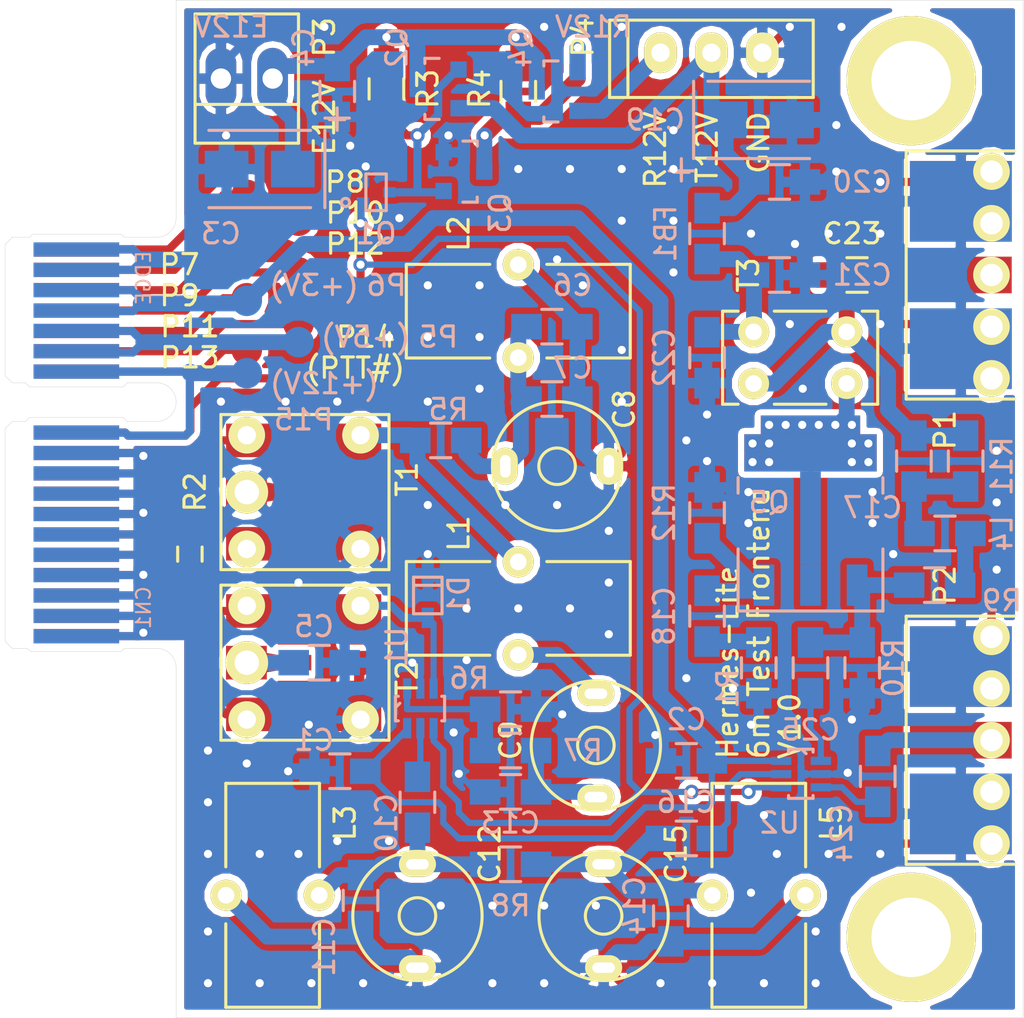
<source format=kicad_pcb>
(kicad_pcb (version 4) (host pcbnew 4.0.2-stable)
  (title_block (title "Hermes-Lite Basic RF Frontend") (date 2015-09-20) (rev 1.2) (company SofterHardware) (comment 1 KF7O))
  (layers (0 F.Cu signal) (31 B.Cu signal) (34 B.Paste user hide) (35 F.Paste user hide) (36 B.SilkS user) (37 F.SilkS user) (38 B.Mask user hide) (39 F.Mask user hide) (44 Edge.Cuts user))
  (net 0 "")
  (net 1 "Net-(CN1-PadB2)")
  (net 2 "Net-(CN1-PadB3)")
  (net 3 "Net-(CN1-PadB5)")
  (net 4 "Net-(CN1-PadB6)")
  (net 5 "Net-(CN1-PadB8)")
  (net 6 "Net-(CN1-PadB9)")
  (net 7 "Net-(CN1-PadB12)")
  (net 8 "Net-(CN1-PadB13)")
  (net 9 "Net-(CN1-PadB14)")
  (net 10 "Net-(CN1-PadB15)")
  (net 11 "Net-(CN1-PadB16)")
  (net 12 "Net-(CN1-PadB17)")
  (net 13 "Net-(CN1-PadB18)")
  (net 14 GND)
  (net 15 "Net-(C10-Pad2)")
  (net 16 "Net-(C9-Pad2)")
  (net 17 "Net-(C10-Pad1)")
  (net 18 "Net-(C13-Pad1)")
  (net 19 5V)
  (net 20 3V)
  (net 21 "Net-(C16-Pad1)")
  (net 22 "Net-(C17-Pad1)")
  (net 23 "Net-(C17-Pad2)")
  (net 24 "Net-(C18-Pad2)")
  (net 25 12V)
  (net 26 "Net-(C5-Pad1)")
  (net 27 "Net-(C6-Pad1)")
  (net 28 "Net-(C9-Pad1)")
  (net 29 "Net-(C18-Pad1)")
  (net 30 T12V)
  (net 31 "Net-(C21-Pad1)")
  (net 32 "Net-(C23-Pad1)")
  (net 33 "Net-(C24-Pad1)")
  (net 34 "Net-(C24-Pad2)")
  (net 35 "Net-(L1-Pad1)")
  (net 36 "Net-(L4-Pad1)")
  (net 37 /R12V)
  (net 38 "Net-(Q1-Pad3)")
  (net 39 "Net-(Q3-Pad3)")
  (net 40 "Net-(Q5-Pad2)")
  (net 41 "Net-(R6-Pad2)")
  (net 42 "Net-(D1-Pad1)")
  (net 43 "Net-(C25-Pad1)")
  (net 44 "Net-(C25-Pad2)")
  (net 45 TX)
  (net 46 /E12V)
  (net 47 "Net-(C6-Pad2)")
  (net 48 "Net-(C11-Pad2)")
  (net 49 "Net-(C14-Pad2)")
  (module HERMESLITE_FE6:Dummy (layer B.Cu) (at 110.236 119.38 180)
    (fp_text reference DMY2 hide)
    (fp_text value DMY hide)
    (fp_line (start -0.5715 0) (end 0.5715 0) (layer B.Cu) (width 0.78))
    (pad 1 smd circle (at -0.5715 0 180) (size 0.78 0.78) (layers B.Cu B.Paste B.Mask) (net 14 GND))
    (pad 2 smd circle (at 0.5715 0 180) (size 0.78 0.78) (layers B.Cu B.Paste B.Mask) (net 48 "Net-(C11-Pad2)"))
  )
  (module HERMESLITE_FE6:Dummy (layer B.Cu) (at 119.38 93.98 90)
    (fp_text reference DMY1 hide)
    (fp_text value DMY hide)
    (fp_line (start -0.5715 0) (end 0.5715 0) (layer B.Cu) (width 0.78))
    (pad 1 smd circle (at -0.5715 0 90) (size 0.78 0.78) (layers B.Cu B.Paste B.Mask) (net 14 GND))
    (pad 2 smd circle (at 0.5715 0 90) (size 0.78 0.78) (layers B.Cu B.Paste B.Mask) (net 47 "Net-(C6-Pad2)"))
  )
  (module HERMESLITE_FE6:Dummy (layer B.Cu) (at 121.666 119.126)
    (fp_text reference DMY3 hide)
    (fp_text value DMY hide)
    (fp_line (start -0.5715 0) (end 0.5715 0) (layer B.Cu) (width 0.78))
    (pad 1 smd circle (at -0.5715 0) (size 0.78 0.78) (layers B.Cu B.Paste B.Mask) (net 14 GND))
    (pad 2 smd circle (at 0.5715 0) (size 0.78 0.78) (layers B.Cu B.Paste B.Mask) (net 49 "Net-(C14-Pad2)"))
  )
  (module HERMESLITE:MH (layer F.Cu) (at 135.5 76.3)
    (fp_text reference MH hide)
    (fp_text value MH2 hide)
    (pad "" np_thru_hole circle (at 0 0) (size 6.35 6.35) (drill 3.9) (layers *.Cu *.Mask F.SilkS))
  )
  (module HERMESLITE:MH (layer F.Cu) (at 135.5 118.4)
    (fp_text reference MH hide)
    (fp_text value MH1 hide)
    (pad "" np_thru_hole circle (at 0 0) (size 6.35 6.35) (drill 3.9) (layers *.Cu *.Mask F.SilkS))
  )
  (module HERMESLITE_FE6:C_0805_HandSoldering (layer B.Cu) (at 107.442 110.236 180)
    (fp_text reference C1 (at 1.27 1.524 180) (layer B.SilkS) (effects (font (thickness 0.1524)) (justify mirror)))
    (fp_text value 10n hide)
    (pad 1 smd rect (at -1.25 0 180) (size 1.5 1.25) (layers B.Cu B.Paste B.Mask) (net 20 3V))
    (pad 2 smd rect (at 1.25 0 180) (size 1.5 1.25) (layers B.Cu B.Paste B.Mask) (net 14 GND))
  )
  (module HERMESLITE_FE6:C_0805_HandSoldering (layer B.Cu) (at 124.46 109.728 180)
    (fp_text reference C2 (at 0 2.032 180) (layer B.SilkS) (effects (font (thickness 0.1524)) (justify mirror)))
    (fp_text value 10n hide)
    (pad 1 smd rect (at -1.25 0 180) (size 1.5 1.25) (layers B.Cu B.Paste B.Mask) (net 20 3V))
    (pad 2 smd rect (at 1.25 0 180) (size 1.5 1.25) (layers B.Cu B.Paste B.Mask) (net 14 GND))
  )
  (module HERMESLITE_FE6:TantalC_SizeB_EIA-3528_Wave (layer B.Cu) (at 103.505 80.645 180)
    (fp_text reference C3 (at 1.905 -3.175 180) (layer B.SilkS) (effects (font (thickness 0.1524)) (justify mirror)))
    (fp_text value 10u/16V hide)
    (fp_text user + (at -3.79984 2.49936 180) (layer B.SilkS) (effects (justify mirror)))
    (pad 2 smd rect (at 1.6256 0 180) (size 2.14884 1.80086) (layers B.Cu B.Paste B.Mask) (net 14 GND))
    (pad 1 smd rect (at -1.6256 0 180) (size 2.14884 1.80086) (layers B.Cu B.Paste B.Mask) (net 46 /E12V))
  )
  (module HERMESLITE_FE6:C_0805_HandSoldering (layer B.Cu) (at 107.315 76.835 270)
    (fp_text reference C4 (at -2.159 1.651 270) (layer B.SilkS) (effects (font (thickness 0.1524)) (justify mirror)))
    (fp_text value 10n hide)
    (pad 1 smd rect (at -1.25 0 270) (size 1.5 1.25) (layers B.Cu B.Paste B.Mask) (net 46 /E12V))
    (pad 2 smd rect (at 1.25 0 270) (size 1.5 1.25) (layers B.Cu B.Paste B.Mask) (net 14 GND))
  )
  (module HERMESLITE_FE6:C_0805_HandSoldering (layer B.Cu) (at 106.426 104.902)
    (fp_text reference C5 (at -0.254 -1.778) (layer B.SilkS) (effects (font (thickness 0.1524)) (justify mirror)))
    (fp_text value 10n hide)
    (pad 1 smd rect (at -1.25 0) (size 1.5 1.25) (layers B.Cu B.Paste B.Mask) (net 26 "Net-(C5-Pad1)"))
    (pad 2 smd rect (at 1.25 0) (size 1.5 1.25) (layers B.Cu B.Paste B.Mask) (net 14 GND))
  )
  (module HERMESLITE_FE6:C_0805_HandSoldering (layer B.Cu) (at 117.856 88.392)
    (fp_text reference C6 (at 1.016 -2.032) (layer B.SilkS) (effects (font (thickness 0.1524)) (justify mirror)))
    (fp_text value 150p hide)
    (pad 1 smd rect (at -1.25 0) (size 1.5 1.25) (layers B.Cu B.Paste B.Mask) (net 27 "Net-(C6-Pad1)"))
    (pad 2 smd rect (at 1.25 0) (size 1.5 1.25) (layers B.Cu B.Paste B.Mask) (net 47 "Net-(C6-Pad2)"))
  )
  (module HERMESLITE_FE6:C_0805_HandSoldering (layer B.Cu) (at 117.856 91.948)
    (fp_text reference C7 (at 1.016 -1.524) (layer B.SilkS) (effects (font (thickness 0.1524)) (justify mirror)))
    (fp_text value 22p hide)
    (pad 1 smd rect (at -1.25 0) (size 1.5 1.25) (layers B.Cu B.Paste B.Mask) (net 27 "Net-(C6-Pad1)"))
    (pad 2 smd rect (at 1.25 0) (size 1.5 1.25) (layers B.Cu B.Paste B.Mask) (net 47 "Net-(C6-Pad2)"))
  )
  (module HERMESLITE_FE6:C_0805_HandSoldering (layer B.Cu) (at 111.252 111.76 90)
    (fp_text reference C10 (at -1.016 -1.524 90) (layer B.SilkS) (effects (font (thickness 0.1524)) (justify mirror)))
    (fp_text value 10p hide)
    (pad 1 smd rect (at -1.25 0 90) (size 1.5 1.25) (layers B.Cu B.Paste B.Mask) (net 17 "Net-(C10-Pad1)"))
    (pad 2 smd rect (at 1.25 0 90) (size 1.5 1.25) (layers B.Cu B.Paste B.Mask) (net 15 "Net-(C10-Pad2)"))
  )
  (module HERMESLITE_FE6:C_0805_HandSoldering (layer B.Cu) (at 108.458 116.586 270)
    (fp_text reference C11 (at 2.286 1.778 270) (layer B.SilkS) (effects (font (thickness 0.1524)) (justify mirror)))
    (fp_text value 33p hide)
    (pad 1 smd rect (at -1.25 0 270) (size 1.5 1.25) (layers B.Cu B.Paste B.Mask) (net 17 "Net-(C10-Pad1)"))
    (pad 2 smd rect (at 1.25 0 270) (size 1.5 1.25) (layers B.Cu B.Paste B.Mask) (net 48 "Net-(C11-Pad2)"))
  )
  (module HERMESLITE_FE6:C_0805_HandSoldering (layer B.Cu) (at 115.824 114.808 180)
    (fp_text reference C13 (at 0 2.032 180) (layer B.SilkS) (effects (font (thickness 0.1524)) (justify mirror)))
    (fp_text value 1.8p hide)
    (pad 1 smd rect (at -1.25 0 180) (size 1.5 1.25) (layers B.Cu B.Paste B.Mask) (net 18 "Net-(C13-Pad1)"))
    (pad 2 smd rect (at 1.25 0 180) (size 1.5 1.25) (layers B.Cu B.Paste B.Mask) (net 17 "Net-(C10-Pad1)"))
  )
  (module HERMESLITE_FE6:C_0805_HandSoldering (layer B.Cu) (at 123.698 117.348 270)
    (fp_text reference C14 (at -0.508 1.778 270) (layer B.SilkS) (effects (font (thickness 0.1524)) (justify mirror)))
    (fp_text value 33p hide)
    (pad 1 smd rect (at -1.25 0 270) (size 1.5 1.25) (layers B.Cu B.Paste B.Mask) (net 18 "Net-(C13-Pad1)"))
    (pad 2 smd rect (at 1.25 0 270) (size 1.5 1.25) (layers B.Cu B.Paste B.Mask) (net 49 "Net-(C14-Pad2)"))
  )
  (module HERMESLITE_FE6:C_0805_HandSoldering (layer B.Cu) (at 124.46 113.538 180)
    (fp_text reference C16 (at 0 1.778 180) (layer B.SilkS) (effects (font (thickness 0.1524)) (justify mirror)))
    (fp_text value 10p hide)
    (pad 1 smd rect (at -1.25 0 180) (size 1.5 1.25) (layers B.Cu B.Paste B.Mask) (net 21 "Net-(C16-Pad1)"))
    (pad 2 smd rect (at 1.25 0 180) (size 1.5 1.25) (layers B.Cu B.Paste B.Mask) (net 18 "Net-(C13-Pad1)"))
  )
  (module HERMESLITE_FE6:C_0805_HandSoldering (layer B.Cu) (at 135.636 94.996 270)
    (fp_text reference C17 (at 2.286 2.032 360) (layer B.SilkS) (effects (font (thickness 0.1524)) (justify mirror)))
    (fp_text value 10n hide)
    (pad 1 smd rect (at -1.25 0 270) (size 1.5 1.25) (layers B.Cu B.Paste B.Mask) (net 22 "Net-(C17-Pad1)"))
    (pad 2 smd rect (at 1.25 0 270) (size 1.5 1.25) (layers B.Cu B.Paste B.Mask) (net 23 "Net-(C17-Pad2)"))
  )
  (module HERMESLITE_FE6:C_0805_HandSoldering (layer B.Cu) (at 125.476 102.616 270)
    (fp_text reference C18 (at 0 2.1 270) (layer B.SilkS) (effects (font (thickness 0.1524)) (justify mirror)))
    (fp_text value 10n hide)
    (pad 1 smd rect (at -1.25 0 270) (size 1.5 1.25) (layers B.Cu B.Paste B.Mask) (net 29 "Net-(C18-Pad1)"))
    (pad 2 smd rect (at 1.25 0 270) (size 1.5 1.25) (layers B.Cu B.Paste B.Mask) (net 24 "Net-(C18-Pad2)"))
  )
  (module HERMESLITE_FE6:TantalC_SizeB_EIA-3528_Wave (layer B.Cu) (at 128.016 78.232)
    (fp_text reference C19 (at -5.08 0) (layer B.SilkS) (effects (font (thickness 0.1524)) (justify mirror)))
    (fp_text value 10u/16V hide)
    (fp_text user + (at -3.79984 2.49936) (layer B.SilkS) (effects (justify mirror)))
    (pad 2 smd rect (at 1.6256 0) (size 2.14884 1.80086) (layers B.Cu B.Paste B.Mask) (net 14 GND))
    (pad 1 smd rect (at -1.6256 0) (size 2.14884 1.80086) (layers B.Cu B.Paste B.Mask) (net 30 T12V))
  )
  (module HERMESLITE_FE6:C_0805_HandSoldering (layer B.Cu) (at 129.032 81.28)
    (fp_text reference C20 (at 4.064 0) (layer B.SilkS) (effects (font (thickness 0.1524)) (justify mirror)))
    (fp_text value 10n hide)
    (pad 1 smd rect (at -1.25 0) (size 1.5 1.25) (layers B.Cu B.Paste B.Mask) (net 30 T12V))
    (pad 2 smd rect (at 1.25 0) (size 1.5 1.25) (layers B.Cu B.Paste B.Mask) (net 14 GND))
  )
  (module HERMESLITE_FE6:C_0805_HandSoldering (layer B.Cu) (at 129.032 85.852)
    (fp_text reference C21 (at 4.064 0) (layer B.SilkS) (effects (font (thickness 0.1524)) (justify mirror)))
    (fp_text value 100n hide)
    (pad 1 smd rect (at -1.25 0) (size 1.5 1.25) (layers B.Cu B.Paste B.Mask) (net 31 "Net-(C21-Pad1)"))
    (pad 2 smd rect (at 1.25 0) (size 1.5 1.25) (layers B.Cu B.Paste B.Mask) (net 14 GND))
  )
  (module HERMESLITE_FE6:C_0805_HandSoldering (layer B.Cu) (at 125.476 89.916 270)
    (fp_text reference C22 (at 0 2.1 270) (layer B.SilkS) (effects (font (thickness 0.1524)) (justify mirror)))
    (fp_text value 10n hide)
    (pad 1 smd rect (at -1.25 0 270) (size 1.5 1.25) (layers B.Cu B.Paste B.Mask) (net 31 "Net-(C21-Pad1)"))
    (pad 2 smd rect (at 1.25 0 270) (size 1.5 1.25) (layers B.Cu B.Paste B.Mask) (net 14 GND))
  )
  (module HERMESLITE_FE6:C_0805_HandSoldering (layer F.Cu) (at 132.842 85.852 180)
    (fp_text reference C23 (at 0.254 2.032 180) (layer F.SilkS) (effects (font (thickness 0.1524))))
    (fp_text value 10n hide)
    (pad 1 smd rect (at -1.25 0 180) (size 1.5 1.25) (layers F.Cu F.Paste F.Mask) (net 32 "Net-(C23-Pad1)"))
    (pad 2 smd rect (at 1.25 0 180) (size 1.5 1.25) (layers F.Cu F.Paste F.Mask) (net 22 "Net-(C17-Pad1)"))
  )
  (module HERMESLITE_FE6:C_0805_HandSoldering (layer B.Cu) (at 133.858 110.49 270)
    (fp_text reference C24 (at 2.794 1.778 270) (layer B.SilkS) (effects (font (thickness 0.1524)) (justify mirror)))
    (fp_text value 10n hide)
    (pad 1 smd rect (at -1.25 0 270) (size 1.5 1.25) (layers B.Cu B.Paste B.Mask) (net 33 "Net-(C24-Pad1)"))
    (pad 2 smd rect (at 1.25 0 270) (size 1.5 1.25) (layers B.Cu B.Paste B.Mask) (net 34 "Net-(C24-Pad2)"))
  )
  (module HERMESLITE_FE6:C_0805_HandSoldering (layer B.Cu) (at 130.556 105.156 270)
    (fp_text reference C25 (at 3.048 0 360) (layer B.SilkS) (effects (font (thickness 0.1524)) (justify mirror)))
    (fp_text value 10n hide)
    (pad 1 smd rect (at -1.25 0 270) (size 1.5 1.25) (layers B.Cu B.Paste B.Mask) (net 43 "Net-(C25-Pad1)"))
    (pad 2 smd rect (at 1.25 0 270) (size 1.5 1.25) (layers B.Cu B.Paste B.Mask) (net 44 "Net-(C25-Pad2)"))
  )
  (module HERMESLITE_FE6:C_0805_HandSoldering (layer B.Cu) (at 125.476 83.82 90)
    (fp_text reference FB1 (at 0 -2.032 90) (layer B.SilkS) (effects (font (thickness 0.1524)) (justify mirror)))
    (fp_text value FB hide)
    (pad 1 smd rect (at -1.25 0 90) (size 1.5 1.25) (layers B.Cu B.Paste B.Mask) (net 31 "Net-(C21-Pad1)"))
    (pad 2 smd rect (at 1.25 0 90) (size 1.5 1.25) (layers B.Cu B.Paste B.Mask) (net 30 T12V))
  )
  (module HERMESLITE_FE6:C_0805_HandSoldering (layer B.Cu) (at 137.16 98.552 180)
    (fp_text reference L4 (at -2.794 0 270) (layer B.SilkS) (effects (font (thickness 0.1524)) (justify mirror)))
    (fp_text value LK2125R68 hide)
    (pad 1 smd rect (at -1.25 0 180) (size 1.5 1.25) (layers B.Cu B.Paste B.Mask) (net 36 "Net-(L4-Pad1)"))
    (pad 2 smd rect (at 1.25 0 180) (size 1.5 1.25) (layers B.Cu B.Paste B.Mask) (net 23 "Net-(C17-Pad2)"))
  )
  (module HERMESLITE_FE6:PINHEAD1-2 (layer F.Cu) (at 102.87 76.2 180)
    (fp_text reference P3 (at -3.81 2.032 270) (layer F.SilkS) (effects (font (thickness 0.1524))))
    (fp_text value 12V hide)
    (pad 1 thru_hole oval (at -1.27 0 180) (size 1.50622 3.01498) (drill 0.99822) (layers *.Cu *.Mask) (net 46 /E12V))
    (pad 2 thru_hole oval (at 1.27 0 180) (size 1.50622 3.01498) (drill 0.99822) (layers *.Cu *.Mask) (net 14 GND))
  )
  (module HERMESLITE_FE6:Measurement_Point_Round-SMD-Pad_Small (layer B.Cu) (at 105.41 89.154)
    (fp_text reference P5 (at 6.858 -0.254) (layer B.SilkS) (effects (font (thickness 0.1524)) (justify mirror)))
    (fp_text value TST5 hide)
    (pad 1 smd circle (at 0 0) (size 1.5 1.5) (layers B.Cu B.Mask) (net 19 5V))
  )
  (module HERMESLITE_FE6:Measurement_Point_Round-SMD-Pad_Small (layer B.Cu) (at 102.87 87.122)
    (fp_text reference P6 (at 6.858 -0.762) (layer B.SilkS) (effects (font (thickness 0.1524)) (justify mirror)))
    (fp_text value TST3 hide)
    (pad 1 smd circle (at 0 0) (size 1.5 1.5) (layers B.Cu B.Mask) (net 20 3V))
  )
  (module HERMESLITE_FE6:Measurement_Point_Round-SMD-Pad_Small (layer F.Cu) (at 102.87 81.915)
    (fp_text reference P7 (at -3.302 3.429) (layer F.SilkS) (effects (font (thickness 0.1524))))
    (fp_text value TST3 hide)
    (pad 1 smd circle (at 0 0) (size 1.5 1.5) (layers F.Cu F.Mask) (net 13 "Net-(CN1-PadB18)"))
  )
  (module HERMESLITE_FE6:Measurement_Point_Round-SMD-Pad_Small (layer F.Cu) (at 105.41 83.185)
    (fp_text reference P8 (at 2.286 -1.905) (layer F.SilkS) (effects (font (thickness 0.1524))))
    (fp_text value TST3 hide)
    (pad 1 smd circle (at 0 0) (size 1.5 1.5) (layers F.Cu F.Mask) (net 12 "Net-(CN1-PadB17)"))
  )
  (module HERMESLITE_FE6:Measurement_Point_Round-SMD-Pad_Small (layer F.Cu) (at 102.87 84.455)
    (fp_text reference P9 (at -3.302 2.413) (layer F.SilkS) (effects (font (thickness 0.1524))))
    (fp_text value TST3 hide)
    (pad 1 smd circle (at 0 0) (size 1.5 1.5) (layers F.Cu F.Mask) (net 11 "Net-(CN1-PadB16)"))
  )
  (module HERMESLITE_FE6:Measurement_Point_Round-SMD-Pad_Small (layer F.Cu) (at 105.41 85.725)
    (fp_text reference P10 (at 2.794 -2.921) (layer F.SilkS) (effects (font (thickness 0.1524))))
    (fp_text value TST3 hide)
    (pad 1 smd circle (at 0 0) (size 1.5 1.5) (layers F.Cu F.Mask) (net 10 "Net-(CN1-PadB15)"))
  )
  (module HERMESLITE_FE6:Measurement_Point_Round-SMD-Pad_Small (layer F.Cu) (at 102.87 86.995)
    (fp_text reference P11 (at -2.794 1.397) (layer F.SilkS) (effects (font (thickness 0.1524))))
    (fp_text value TST3 hide)
    (pad 1 smd circle (at 0 0) (size 1.5 1.5) (layers F.Cu F.Mask) (net 9 "Net-(CN1-PadB14)"))
  )
  (module HERMESLITE_FE6:Measurement_Point_Round-SMD-Pad_Small (layer F.Cu) (at 105.41 88.265)
    (fp_text reference P12 (at 2.794 -3.937) (layer F.SilkS) (effects (font (thickness 0.1524))))
    (fp_text value TST3 hide)
    (pad 1 smd circle (at 0 0) (size 1.5 1.5) (layers F.Cu F.Mask) (net 8 "Net-(CN1-PadB13)"))
  )
  (module HERMESLITE_FE6:Measurement_Point_Round-SMD-Pad_Small (layer F.Cu) (at 102.87 89.535)
    (fp_text reference P13 (at -2.794 0.381) (layer F.SilkS) (effects (font (thickness 0.1524))))
    (fp_text value TST3 hide)
    (pad 1 smd circle (at 0 0) (size 1.5 1.5) (layers F.Cu F.Mask) (net 7 "Net-(CN1-PadB12)"))
  )
  (module HERMESLITE_FE6:Measurement_Point_Round-SMD-Pad_Small (layer F.Cu) (at 108.458 87.122)
    (fp_text reference P14 (at 0.254 1.778) (layer F.SilkS) (effects (font (thickness 0.1524))))
    (fp_text value TST3 hide)
    (pad 1 smd circle (at 0 0) (size 1.5 1.5) (layers F.Cu F.Mask) (net 45 TX))
  )
  (module HERMESLITE_FE6:Measurement_Point_Round-SMD-Pad_Small (layer B.Cu) (at 102.87 90.678)
    (fp_text reference P15 (at 2.794 2.286) (layer B.SilkS) (effects (font (thickness 0.1524)) (justify mirror)))
    (fp_text value TST3 hide)
    (pad 1 smd circle (at 0 0) (size 1.5 1.5) (layers B.Cu B.Mask) (net 25 12V))
  )
  (module HERMESLITE_FE6:SOT-23 (layer B.Cu) (at 112.268 76.708 270)
    (fp_text reference Q2 (at -2.032 2.032 270) (layer B.SilkS) (effects (font (thickness 0.1524)) (justify mirror)))
    (fp_text value IRLML6402 hide)
    (pad 1 smd rect (at -0.95 -1.00076 270) (size 0.8001 0.8001) (layers B.Cu B.Paste B.Mask) (net 38 "Net-(Q1-Pad3)"))
    (pad 2 smd rect (at 0.95 -1.00076 270) (size 0.8001 0.8001) (layers B.Cu B.Paste B.Mask) (net 30 T12V))
    (pad 3 smd rect (at 0 0.99822 270) (size 0.8001 0.8001) (layers B.Cu B.Paste B.Mask) (net 46 /E12V))
  )
  (module HERMESLITE_FE6:SOT-23 (layer B.Cu) (at 113.538 80.772 90)
    (fp_text reference Q3 (at -2.032 1.778 90) (layer B.SilkS) (effects (font (thickness 0.1524)) (justify mirror)))
    (fp_text value 2N7002 hide)
    (pad 1 smd rect (at -0.95 -1.00076 90) (size 0.8001 0.8001) (layers B.Cu B.Paste B.Mask) (net 38 "Net-(Q1-Pad3)"))
    (pad 2 smd rect (at 0.95 -1.00076 90) (size 0.8001 0.8001) (layers B.Cu B.Paste B.Mask) (net 14 GND))
    (pad 3 smd rect (at 0 0.99822 90) (size 0.8001 0.8001) (layers B.Cu B.Paste B.Mask) (net 39 "Net-(Q3-Pad3)"))
  )
  (module HERMESLITE_FE6:SOT-23 (layer B.Cu) (at 118.11 76.835 270)
    (fp_text reference Q4 (at -2.159 1.778 270) (layer B.SilkS) (effects (font (thickness 0.1524)) (justify mirror)))
    (fp_text value IRLML6402 hide)
    (pad 1 smd rect (at -0.95 -1.00076 270) (size 0.8001 0.8001) (layers B.Cu B.Paste B.Mask) (net 39 "Net-(Q3-Pad3)"))
    (pad 2 smd rect (at 0.95 -1.00076 270) (size 0.8001 0.8001) (layers B.Cu B.Paste B.Mask) (net 37 /R12V))
    (pad 3 smd rect (at 0 0.99822 270) (size 0.8001 0.8001) (layers B.Cu B.Paste B.Mask) (net 46 /E12V))
  )
  (module HERMESLITE_FE6:C_0805_HandSoldering (layer B.Cu) (at 128.016 105.156 90)
    (fp_text reference R1 (at -1.016 -1.524 90) (layer B.SilkS) (effects (font (thickness 0.1524)) (justify mirror)))
    (fp_text value 27 hide)
    (pad 1 smd rect (at -1.25 0 90) (size 1.5 1.25) (layers B.Cu B.Paste B.Mask) (net 14 GND))
    (pad 2 smd rect (at 1.25 0 90) (size 1.5 1.25) (layers B.Cu B.Paste B.Mask) (net 24 "Net-(C18-Pad2)"))
  )
  (module HERMESLITE_FE6:C_0603_HandSoldering (layer F.Cu) (at 100.076 99.568 90)
    (fp_text reference R2 (at 3.048 0.254 90) (layer F.SilkS) (effects (font (thickness 0.1524))))
    (fp_text value DNI hide)
    (pad 1 smd rect (at -0.95 0 90) (size 1.2 0.75) (layers F.Cu F.Paste F.Mask) (net 3 "Net-(CN1-PadB5)"))
    (pad 2 smd rect (at 0.95 0 90) (size 1.2 0.75) (layers F.Cu F.Paste F.Mask) (net 4 "Net-(CN1-PadB6)"))
  )
  (module HERMESLITE_FE6:C_0805_HandSoldering (layer F.Cu) (at 109.728 76.708 90)
    (fp_text reference R3 (at 0 2.032 90) (layer F.SilkS) (effects (font (thickness 0.1524))))
    (fp_text value 10k hide)
    (pad 1 smd rect (at -1.25 0 90) (size 1.5 1.25) (layers F.Cu F.Paste F.Mask) (net 38 "Net-(Q1-Pad3)"))
    (pad 2 smd rect (at 1.25 0 90) (size 1.5 1.25) (layers F.Cu F.Paste F.Mask) (net 46 /E12V))
  )
  (module HERMESLITE_FE6:C_0805_HandSoldering (layer F.Cu) (at 116.205 76.835 90)
    (fp_text reference R4 (at 0.127 -1.905 90) (layer F.SilkS) (effects (font (thickness 0.1524))))
    (fp_text value 10k hide)
    (pad 1 smd rect (at -1.25 0 90) (size 1.5 1.25) (layers F.Cu F.Paste F.Mask) (net 39 "Net-(Q3-Pad3)"))
    (pad 2 smd rect (at 1.25 0 90) (size 1.5 1.25) (layers F.Cu F.Paste F.Mask) (net 46 /E12V))
  )
  (module HERMESLITE_FE6:C_0805_HandSoldering (layer B.Cu) (at 112.395 93.98)
    (fp_text reference R5 (at 0.381 -1.524) (layer B.SilkS) (effects (font (thickness 0.1524)) (justify mirror)))
    (fp_text value 51 hide)
    (pad 1 smd rect (at -1.25 0) (size 1.5 1.25) (layers B.Cu B.Paste B.Mask) (net 35 "Net-(L1-Pad1)"))
    (pad 2 smd rect (at 1.25 0) (size 1.5 1.25) (layers B.Cu B.Paste B.Mask) (net 27 "Net-(C6-Pad1)"))
  )
  (module HERMESLITE_FE6:C_0805_HandSoldering (layer B.Cu) (at 115.824 107.188 180)
    (fp_text reference R6 (at 2.032 1.524 180) (layer B.SilkS) (effects (font (thickness 0.1524)) (justify mirror)))
    (fp_text value DNI hide)
    (pad 1 smd rect (at -1.25 0 180) (size 1.5 1.25) (layers B.Cu B.Paste B.Mask) (net 14 GND))
    (pad 2 smd rect (at 1.25 0 180) (size 1.5 1.25) (layers B.Cu B.Paste B.Mask) (net 41 "Net-(R6-Pad2)"))
  )
  (module HERMESLITE_FE6:C_0805_HandSoldering (layer B.Cu) (at 115.824 109.22)
    (fp_text reference R7 (at 3.556 0) (layer B.SilkS) (effects (font (thickness 0.1524)) (justify mirror)))
    (fp_text value 0 hide)
    (pad 1 smd rect (at -1.25 0) (size 1.5 1.25) (layers B.Cu B.Paste B.Mask) (net 41 "Net-(R6-Pad2)"))
    (pad 2 smd rect (at 1.25 0) (size 1.5 1.25) (layers B.Cu B.Paste B.Mask) (net 16 "Net-(C9-Pad2)"))
  )
  (module HERMESLITE_FE6:C_0805_HandSoldering (layer B.Cu) (at 115.824 111.252)
    (fp_text reference R8 (at 0 5.588) (layer B.SilkS) (effects (font (thickness 0.1524)) (justify mirror)))
    (fp_text value DNI hide)
    (pad 1 smd rect (at -1.25 0) (size 1.5 1.25) (layers B.Cu B.Paste B.Mask) (net 14 GND))
    (pad 2 smd rect (at 1.25 0) (size 1.5 1.25) (layers B.Cu B.Paste B.Mask) (net 16 "Net-(C9-Pad2)"))
  )
  (module HERMESLITE_FE6:C_0805_HandSoldering (layer B.Cu) (at 136.652 101.092)
    (fp_text reference R9 (at 3.302 0.762) (layer B.SilkS) (effects (font (thickness 0.1524)) (justify mirror)))
    (fp_text value 390 hide)
    (pad 1 smd rect (at -1.25 0) (size 1.5 1.25) (layers B.Cu B.Paste B.Mask) (net 43 "Net-(C25-Pad1)"))
    (pad 2 smd rect (at 1.25 0) (size 1.5 1.25) (layers B.Cu B.Paste B.Mask) (net 36 "Net-(L4-Pad1)"))
  )
  (module HERMESLITE_FE6:C_0805_HandSoldering (layer B.Cu) (at 133.096 105.156 90)
    (fp_text reference R10 (at 0 1.524 90) (layer B.SilkS) (effects (font (thickness 0.1524)) (justify mirror)))
    (fp_text value 820 hide)
    (pad 1 smd rect (at -1.25 0 90) (size 1.5 1.25) (layers B.Cu B.Paste B.Mask) (net 14 GND))
    (pad 2 smd rect (at 1.25 0 90) (size 1.5 1.25) (layers B.Cu B.Paste B.Mask) (net 43 "Net-(C25-Pad1)"))
  )
  (module HERMESLITE_FE6:C_0805_HandSoldering (layer B.Cu) (at 138.176 94.996 90)
    (fp_text reference R11 (at -0.254 1.778 90) (layer B.SilkS) (effects (font (thickness 0.1524)) (justify mirror)))
    (fp_text value 3.9k hide)
    (pad 1 smd rect (at -1.25 0 90) (size 1.5 1.25) (layers B.Cu B.Paste B.Mask) (net 23 "Net-(C17-Pad2)"))
    (pad 2 smd rect (at 1.25 0 90) (size 1.5 1.25) (layers B.Cu B.Paste B.Mask) (net 22 "Net-(C17-Pad1)"))
  )
  (module HERMESLITE_FE6:C_0805_HandSoldering (layer B.Cu) (at 125.476 97.536 270)
    (fp_text reference R12 (at 0 2.1 270) (layer B.SilkS) (effects (font (thickness 0.1524)) (justify mirror)))
    (fp_text value 27 hide)
    (pad 1 smd rect (at -1.25 0 270) (size 1.5 1.25) (layers B.Cu B.Paste B.Mask) (net 14 GND))
    (pad 2 smd rect (at 1.25 0 270) (size 1.5 1.25) (layers B.Cu B.Paste B.Mask) (net 29 "Net-(C18-Pad1)"))
  )
  (module HERMESLITE_FE6:TC_TZ03 (layer F.Cu) (at 118.11 95.25 180)
    (fp_text reference C8 (at -3.302 2.794 270) (layer F.SilkS) (effects (font (thickness 0.1524))))
    (fp_text value 30p hide)
    (pad 1 thru_hole oval (at 2.54 0 180) (size 1.22428 1.82372) (drill oval 0.51308 1.11252) (layers *.Cu *.Mask F.SilkS) (net 27 "Net-(C6-Pad1)"))
    (pad 2 thru_hole oval (at -2.54 0 180) (size 1.22428 1.82372) (drill oval 0.51308 1.11252) (layers *.Cu *.Mask F.SilkS) (net 14 GND))
  )
  (module HERMESLITE_FE6:TC_TZ03 (layer F.Cu) (at 120.015 108.966 90)
    (fp_text reference C9 (at 0.254 -4.191 90) (layer F.SilkS) (effects (font (thickness 0.1524))))
    (fp_text value 20p hide)
    (pad 1 thru_hole oval (at 2.54 0 90) (size 1.22428 1.82372) (drill oval 0.51308 1.11252) (layers *.Cu *.Mask F.SilkS) (net 28 "Net-(C9-Pad1)"))
    (pad 2 thru_hole oval (at -2.54 0 90) (size 1.22428 1.82372) (drill oval 0.51308 1.11252) (layers *.Cu *.Mask F.SilkS) (net 16 "Net-(C9-Pad2)"))
  )
  (module HERMESLITE_FE6:TC_TZ03 (layer F.Cu) (at 111.252 117.348 90)
    (fp_text reference C12 (at 3.048 3.556 90) (layer F.SilkS) (effects (font (thickness 0.1524))))
    (fp_text value 30p hide)
    (pad 1 thru_hole oval (at 2.54 0 90) (size 1.22428 1.82372) (drill oval 0.51308 1.11252) (layers *.Cu *.Mask F.SilkS) (net 17 "Net-(C10-Pad1)"))
    (pad 2 thru_hole oval (at -2.54 0 90) (size 1.22428 1.82372) (drill oval 0.51308 1.11252) (layers *.Cu *.Mask F.SilkS) (net 14 GND))
  )
  (module HERMESLITE_FE6:TC_TZ03 (layer F.Cu) (at 120.396 117.348 90)
    (fp_text reference C15 (at 3.048 3.556 90) (layer F.SilkS) (effects (font (thickness 0.1524))))
    (fp_text value 30p hide)
    (pad 1 thru_hole oval (at 2.54 0 90) (size 1.22428 1.82372) (drill oval 0.51308 1.11252) (layers *.Cu *.Mask F.SilkS) (net 18 "Net-(C13-Pad1)"))
    (pad 2 thru_hole oval (at -2.54 0 90) (size 1.22428 1.82372) (drill oval 0.51308 1.11252) (layers *.Cu *.Mask F.SilkS) (net 14 GND))
  )
  (module HERMESLITE:SOD323 (layer B.Cu) (at 111.76 101.6 90)
    (fp_text reference D1 (at 0 1.524 90) (layer B.SilkS) (effects (font (thickness 0.1524)) (justify mirror)))
    (fp_text value DIODESCH2 hide)
    (pad 2 smd rect (at 1.09982 0 90) (size 1.00076 0.59944) (layers B.Cu B.Paste B.Mask) (net 14 GND))
    (pad 1 smd rect (at -1.09982 0 90) (size 1.00076 0.59944) (layers B.Cu B.Paste B.Mask) (net 42 "Net-(D1-Pad1)"))
  )
  (module HERMESLITE_FE6:T37_SL (layer F.Cu) (at 116.205 102.235 180)
    (fp_text reference L1 (at 2.921 3.683 270) (layer F.SilkS) (effects (font (thickness 0.1524))))
    (fp_text value T37-6 hide)
    (pad 1 thru_hole circle (at 0 2.286 180) (size 1.524 1.524) (drill 0.8128) (layers *.Cu *.Mask F.SilkS) (net 35 "Net-(L1-Pad1)"))
    (pad 2 thru_hole circle (at 0 -2.286 180) (size 1.524 1.524) (drill 0.8128) (layers *.Cu *.Mask F.SilkS) (net 28 "Net-(C9-Pad1)"))
  )
  (module HERMESLITE_FE6:T37_SL (layer F.Cu) (at 116.205 87.63)
    (fp_text reference L2 (at -2.921 -3.81 90) (layer F.SilkS) (effects (font (thickness 0.1524))))
    (fp_text value T37-6 hide)
    (pad 1 thru_hole circle (at 0 2.286) (size 1.524 1.524) (drill 0.8128) (layers *.Cu *.Mask F.SilkS) (net 27 "Net-(C6-Pad1)"))
    (pad 2 thru_hole circle (at 0 -2.286) (size 1.524 1.524) (drill 0.8128) (layers *.Cu *.Mask F.SilkS) (net 47 "Net-(C6-Pad2)"))
  )
  (module HERMESLITE_FE6:T37_SL (layer F.Cu) (at 104.14 116.332 90)
    (fp_text reference L3 (at 3.556 3.556 90) (layer F.SilkS) (effects (font (thickness 0.1524))))
    (fp_text value T37-6 hide)
    (pad 1 thru_hole circle (at 0 2.286 90) (size 1.524 1.524) (drill 0.8128) (layers *.Cu *.Mask F.SilkS) (net 17 "Net-(C10-Pad1)"))
    (pad 2 thru_hole circle (at 0 -2.286 90) (size 1.524 1.524) (drill 0.8128) (layers *.Cu *.Mask F.SilkS) (net 48 "Net-(C11-Pad2)"))
  )
  (module HERMESLITE_FE6:T37_SL (layer F.Cu) (at 128.016 116.332 270)
    (fp_text reference L5 (at -3.556 -3.556 270) (layer F.SilkS) (effects (font (thickness 0.1524))))
    (fp_text value T37-6 hide)
    (pad 1 thru_hole circle (at 0 2.286 270) (size 1.524 1.524) (drill 0.8128) (layers *.Cu *.Mask F.SilkS) (net 18 "Net-(C13-Pad1)"))
    (pad 2 thru_hole circle (at 0 -2.286 270) (size 1.524 1.524) (drill 0.8128) (layers *.Cu *.Mask F.SilkS) (net 49 "Net-(C14-Pad2)"))
  )
  (module HERMESLITE:rfconnector (layer F.Cu) (at 140.589 85.852)
    (fp_text reference P1 (at -3.429 7.62 90) (layer F.SilkS) (effects (font (thickness 0.1524))))
    (fp_text value SMA hide)
    (pad 2 thru_hole circle (at -1.143 5.08) (size 1.8 1.8) (drill 1.1) (layers *.Cu *.Mask F.SilkS) (net 14 GND))
    (pad 2 thru_hole circle (at -1.143 -5.08) (size 1.8 1.8) (drill 1.1) (layers *.Cu *.Mask F.SilkS) (net 14 GND))
    (pad 1 smd rect (at -2.65 0) (size 5 1.8) (layers F.Cu F.Paste F.Mask) (net 32 "Net-(C23-Pad1)"))
    (pad 2 smd rect (at -2.65 -3.62) (size 5 3.96) (layers F.Cu F.Paste F.Mask) (net 14 GND))
    (pad 2 smd rect (at -2.65 3.62) (size 5 3.96) (layers F.Cu F.Paste F.Mask) (net 14 GND))
    (pad 2 smd rect (at -2.65 -3.62) (size 5 3.96) (layers B.Cu B.Paste B.Mask) (net 14 GND))
    (pad 2 smd rect (at -2.65 3.62) (size 5 3.96) (layers B.Cu B.Paste B.Mask) (net 14 GND))
    (pad 2 thru_hole circle (at -1.143 2.54) (size 1.8 1.8) (drill 1.1) (layers *.Cu *.Mask F.SilkS) (net 14 GND))
    (pad 2 thru_hole circle (at -1.143 -2.54) (size 1.8 1.8) (drill 1.1) (layers *.Cu *.Mask F.SilkS) (net 14 GND))
    (pad 1 thru_hole circle (at -1.143 0) (size 1.8 1.8) (drill 1.1) (layers *.Cu *.Mask F.SilkS) (net 32 "Net-(C23-Pad1)"))
  )
  (module HERMESLITE:rfconnector (layer F.Cu) (at 140.589 108.712)
    (fp_text reference P2 (at -3.429 -7.62 90) (layer F.SilkS) (effects (font (thickness 0.1524))))
    (fp_text value SMA hide)
    (pad 2 thru_hole circle (at -1.143 5.08) (size 1.8 1.8) (drill 1.1) (layers *.Cu *.Mask F.SilkS) (net 14 GND))
    (pad 2 thru_hole circle (at -1.143 -5.08) (size 1.8 1.8) (drill 1.1) (layers *.Cu *.Mask F.SilkS) (net 14 GND))
    (pad 1 smd rect (at -2.65 0) (size 5 1.8) (layers F.Cu F.Paste F.Mask) (net 33 "Net-(C24-Pad1)"))
    (pad 2 smd rect (at -2.65 -3.62) (size 5 3.96) (layers F.Cu F.Paste F.Mask) (net 14 GND))
    (pad 2 smd rect (at -2.65 3.62) (size 5 3.96) (layers F.Cu F.Paste F.Mask) (net 14 GND))
    (pad 2 smd rect (at -2.65 -3.62) (size 5 3.96) (layers B.Cu B.Paste B.Mask) (net 14 GND))
    (pad 2 smd rect (at -2.65 3.62) (size 5 3.96) (layers B.Cu B.Paste B.Mask) (net 14 GND))
    (pad 2 thru_hole circle (at -1.143 2.54) (size 1.8 1.8) (drill 1.1) (layers *.Cu *.Mask F.SilkS) (net 14 GND))
    (pad 2 thru_hole circle (at -1.143 -2.54) (size 1.8 1.8) (drill 1.1) (layers *.Cu *.Mask F.SilkS) (net 14 GND))
    (pad 1 thru_hole circle (at -1.143 0) (size 1.8 1.8) (drill 1.1) (layers *.Cu *.Mask F.SilkS) (net 33 "Net-(C24-Pad1)"))
  )
  (module HERMESLITE_FE6:JST_EH_3P (layer F.Cu) (at 123.19 74.93)
    (fp_text reference P4 (at -3.81 -0.762 90) (layer F.SilkS) (effects (font (thickness 0.1524))))
    (fp_text value CONN_01X03 hide)
    (pad 1 thru_hole oval (at 0 0) (size 1.6002 1.99898) (drill 0.89916) (layers *.Cu *.Mask F.SilkS) (net 37 /R12V))
    (pad 2 thru_hole oval (at 2.49936 0) (size 1.6002 1.99898) (drill 0.89916) (layers *.Cu *.Mask F.SilkS) (net 30 T12V))
    (pad 3 thru_hole oval (at 5.00126 0) (size 1.6002 1.99898) (drill 0.89916) (layers *.Cu *.Mask F.SilkS) (net 14 GND))
  )
  (module HERMESLITE_FE6:SOT416 (layer B.Cu) (at 109.22 81.788)
    (fp_text reference Q1 (at 0 2.032) (layer B.SilkS) (effects (font (thickness 0.1524)) (justify mirror)))
    (fp_text value DTC144E hide)
    (pad 1 smd rect (at -0.65024 0.50038 90) (size 0.50038 0.59944) (layers B.Cu B.Paste B.Mask) (net 45 TX))
    (pad 2 smd rect (at -0.65024 -0.50038 90) (size 0.50038 0.59944) (layers B.Cu B.Paste B.Mask) (net 14 GND))
    (pad 3 smd rect (at 0.65024 0 90) (size 0.50038 0.59944) (layers B.Cu B.Paste B.Mask) (net 38 "Net-(Q1-Pad3)"))
  )
  (module HERMESLITE_FE6:SOT-223-Heat (layer B.Cu) (at 130.556 97.79 180)
    (fp_text reference Q5 (at 2.032 0.762 180) (layer B.SilkS) (effects (font (thickness 0.1524)) (justify mirror)))
    (fp_text value PZT2222A hide)
    (pad 2 thru_hole rect (at -2.032 4.572 180) (size 0.8128 0.9144) (drill 0.4) (layers *.Cu *.Mask) (net 40 "Net-(Q5-Pad2)"))
    (pad 2 thru_hole rect (at -2.8448 2.7432 180) (size 0.8128 0.9144) (drill 0.4) (layers *.Cu *.Mask) (net 40 "Net-(Q5-Pad2)"))
    (pad 2 thru_hole rect (at -2.8448 3.6576 180) (size 0.8128 0.9144) (drill 0.4) (layers *.Cu *.Mask) (net 40 "Net-(Q5-Pad2)"))
    (pad 2 thru_hole rect (at -2.032 3.6576 180) (size 0.8128 0.9144) (drill 0.4) (layers *.Cu *.Mask) (net 40 "Net-(Q5-Pad2)"))
    (pad 2 thru_hole rect (at -2.032 2.7432 180) (size 0.8128 0.9144) (drill 0.4) (layers *.Cu *.Mask) (net 40 "Net-(Q5-Pad2)"))
    (pad 2 thru_hole rect (at -1.2192 4.572 180) (size 0.8128 0.9144) (drill 0.4) (layers *.Cu *.Mask) (net 40 "Net-(Q5-Pad2)"))
    (pad 2 thru_hole rect (at -0.4064 4.572 180) (size 0.8128 0.9144) (drill 0.4) (layers *.Cu *.Mask) (net 40 "Net-(Q5-Pad2)"))
    (pad 2 thru_hole rect (at 2.032 4.572 180) (size 0.8128 0.9144) (drill 0.4) (layers *.Cu *.Mask) (net 40 "Net-(Q5-Pad2)"))
    (pad 2 thru_hole rect (at 1.2192 4.572 180) (size 0.8128 0.9144) (drill 0.4) (layers *.Cu *.Mask) (net 40 "Net-(Q5-Pad2)"))
    (pad 2 thru_hole rect (at 0.4064 4.572 180) (size 0.8128 0.9144) (drill 0.4) (layers *.Cu *.Mask) (net 40 "Net-(Q5-Pad2)"))
    (pad 2 thru_hole rect (at 2.032 3.6576 180) (size 0.8128 0.9144) (drill 0.4) (layers *.Cu *.Mask) (net 40 "Net-(Q5-Pad2)"))
    (pad 2 thru_hole rect (at 2.032 2.7432 180) (size 0.8128 0.9144) (drill 0.4) (layers *.Cu *.Mask) (net 40 "Net-(Q5-Pad2)"))
    (pad 2 thru_hole rect (at 2.8448 2.7432 180) (size 0.8128 0.9144) (drill 0.4) (layers *.Cu *.Mask) (net 40 "Net-(Q5-Pad2)"))
    (pad 2 thru_hole rect (at 2.8448 3.6576 180) (size 0.8128 0.9144) (drill 0.4) (layers *.Cu *.Mask) (net 40 "Net-(Q5-Pad2)"))
    (pad 2 smd rect (at 0 3.2004 180) (size 3.2512 1.8288) (layers B.Cu B.Paste B.Mask) (net 40 "Net-(Q5-Pad2)"))
    (pad 2 smd rect (at 0 -3.302 180) (size 1.016 2.032) (layers B.Cu B.Paste B.Mask) (net 40 "Net-(Q5-Pad2)"))
    (pad 3 smd rect (at 2.286 -3.302 180) (size 1.016 2.032) (layers B.Cu B.Paste B.Mask) (net 29 "Net-(C18-Pad1)"))
    (pad 1 smd rect (at -2.286 -3.302 180) (size 1.016 2.032) (layers B.Cu B.Paste B.Mask) (net 43 "Net-(C25-Pad1)"))
    (pad 2 smd rect (at 0 3.2004 180) (size 3.2512 1.8288) (layers F.Cu F.Mask) (net 40 "Net-(Q5-Pad2)"))
    (pad 2 smd rect (at 0 0 180) (size 1.016 4.572) (layers B.Cu) (net 40 "Net-(Q5-Pad2)"))
  )
  (module HERMESLITE:TRANSFSMT (layer F.Cu) (at 105.664 96.52 90)
    (fp_text reference T1 (at 0.635 5.08 90) (layer F.SilkS) (effects (font (thickness 0.1524))))
    (fp_text value 1:1 hide)
    (pad 4 smd rect (at -2.54 2.54 90) (size 1.65 2.54) (layers F.Cu F.Paste F.Mask) (net 14 GND))
    (pad 5 smd rect (at 2.54 2.54 90) (size 1.65 2.54) (layers F.Cu F.Paste F.Mask) (net 35 "Net-(L1-Pad1)"))
    (pad 3 smd rect (at -2.54 -2.54 90) (size 1.65 2.54) (layers F.Cu F.Paste F.Mask) (net 5 "Net-(CN1-PadB8)"))
    (pad 2 smd trapezoid (at 0 -2.54 90) (size 1.21 2.54) (rect_delta 0 -0.45) (layers F.Cu F.Paste F.Mask) (net 14 GND))
    (pad 1 smd rect (at 2.54 -2.54 90) (size 1.65 2.54) (layers F.Cu F.Paste F.Mask) (net 6 "Net-(CN1-PadB9)"))
    (pad 4 smd rect (at -1.3975 2.73 90) (size 1.015 1.65) (layers F.Cu F.Paste F.Mask) (net 14 GND))
    (pad 5 smd rect (at 1.3975 2.73 90) (size 1.015 1.65) (layers F.Cu F.Paste F.Mask) (net 35 "Net-(L1-Pad1)"))
    (pad 3 smd rect (at -1.3975 -0.45 90) (size 1.015 1.65) (layers F.Cu F.Paste F.Mask) (net 5 "Net-(CN1-PadB8)"))
    (pad 2 smd rect (at 0 -0.45 90) (size 0.76 1.65) (layers F.Cu F.Paste F.Mask) (net 14 GND))
    (pad 1 smd rect (at 1.3975 -0.45 90) (size 1.015 1.65) (layers F.Cu F.Paste F.Mask) (net 6 "Net-(CN1-PadB9)"))
    (pad 3 smd rect (at -1.905 -1.27 135) (size 1 1) (layers F.Cu F.Paste F.Mask) (net 5 "Net-(CN1-PadB8)"))
    (pad 1 smd rect (at 1.905 -1.27 135) (size 1 1) (layers F.Cu F.Paste F.Mask) (net 6 "Net-(CN1-PadB9)"))
    (pad 2 smd rect (at 0 -2.81 90) (size 1.65 2) (layers F.Cu F.Paste F.Mask) (net 14 GND))
    (pad 1 thru_hole circle (at 2.794 -2.794 90) (size 1.8 1.8) (drill 0.9) (layers *.Cu *.Mask F.SilkS) (net 6 "Net-(CN1-PadB9)"))
    (pad 2 thru_hole circle (at 0 -2.794 90) (size 2.1 2.1) (drill 1.2) (layers *.Cu *.Mask F.SilkS) (net 14 GND))
    (pad 3 thru_hole circle (at -2.794 -2.794 90) (size 1.8 1.8) (drill 0.9) (layers *.Cu *.Mask F.SilkS) (net 5 "Net-(CN1-PadB8)"))
    (pad 4 thru_hole circle (at -2.794 2.794 90) (size 1.8 1.8) (drill 0.9) (layers *.Cu *.Mask F.SilkS) (net 14 GND))
    (pad 5 thru_hole circle (at 2.794 2.794 90) (size 1.8 1.8) (drill 0.9) (layers *.Cu *.Mask F.SilkS) (net 35 "Net-(L1-Pad1)"))
  )
  (module HERMESLITE:TRANSFSMT (layer F.Cu) (at 105.664 104.902 90)
    (fp_text reference T2 (at -0.762 5.08 90) (layer F.SilkS) (effects (font (thickness 0.1524))))
    (fp_text value 9:1 hide)
    (pad 4 smd rect (at -2.54 2.54 90) (size 1.65 2.54) (layers F.Cu F.Paste F.Mask) (net 14 GND))
    (pad 5 smd rect (at 2.54 2.54 90) (size 1.65 2.54) (layers F.Cu F.Paste F.Mask) (net 42 "Net-(D1-Pad1)"))
    (pad 3 smd rect (at -2.54 -2.54 90) (size 1.65 2.54) (layers F.Cu F.Paste F.Mask) (net 1 "Net-(CN1-PadB2)"))
    (pad 2 smd trapezoid (at 0 -2.54 90) (size 1.21 2.54) (rect_delta 0 -0.45) (layers F.Cu F.Paste F.Mask) (net 26 "Net-(C5-Pad1)"))
    (pad 1 smd rect (at 2.54 -2.54 90) (size 1.65 2.54) (layers F.Cu F.Paste F.Mask) (net 2 "Net-(CN1-PadB3)"))
    (pad 4 smd rect (at -1.3975 2.73 90) (size 1.015 1.65) (layers F.Cu F.Paste F.Mask) (net 14 GND))
    (pad 5 smd rect (at 1.3975 2.73 90) (size 1.015 1.65) (layers F.Cu F.Paste F.Mask) (net 42 "Net-(D1-Pad1)"))
    (pad 3 smd rect (at -1.3975 -0.45 90) (size 1.015 1.65) (layers F.Cu F.Paste F.Mask) (net 1 "Net-(CN1-PadB2)"))
    (pad 2 smd rect (at 0 -0.45 90) (size 0.76 1.65) (layers F.Cu F.Paste F.Mask) (net 26 "Net-(C5-Pad1)"))
    (pad 1 smd rect (at 1.3975 -0.45 90) (size 1.015 1.65) (layers F.Cu F.Paste F.Mask) (net 2 "Net-(CN1-PadB3)"))
    (pad 3 smd rect (at -1.905 -1.27 135) (size 1 1) (layers F.Cu F.Paste F.Mask) (net 1 "Net-(CN1-PadB2)"))
    (pad 1 smd rect (at 1.905 -1.27 135) (size 1 1) (layers F.Cu F.Paste F.Mask) (net 2 "Net-(CN1-PadB3)"))
    (pad 2 smd rect (at 0 -2.81 90) (size 1.65 2) (layers F.Cu F.Paste F.Mask) (net 26 "Net-(C5-Pad1)"))
    (pad 1 thru_hole circle (at 2.794 -2.794 90) (size 1.8 1.8) (drill 0.9) (layers *.Cu *.Mask F.SilkS) (net 2 "Net-(CN1-PadB3)"))
    (pad 2 thru_hole circle (at 0 -2.794 90) (size 2.1 2.1) (drill 1.2) (layers *.Cu *.Mask F.SilkS) (net 26 "Net-(C5-Pad1)"))
    (pad 3 thru_hole circle (at -2.794 -2.794 90) (size 1.8 1.8) (drill 0.9) (layers *.Cu *.Mask F.SilkS) (net 1 "Net-(CN1-PadB2)"))
    (pad 4 thru_hole circle (at -2.794 2.794 90) (size 1.8 1.8) (drill 0.9) (layers *.Cu *.Mask F.SilkS) (net 14 GND))
    (pad 5 thru_hole circle (at 2.794 2.794 90) (size 1.8 1.8) (drill 0.9) (layers *.Cu *.Mask F.SilkS) (net 42 "Net-(D1-Pad1)"))
  )
  (module HERMESLITE_FE6:BN2402_BF (layer F.Cu) (at 130.048 89.916 90)
    (fp_text reference T3 (at 4.064 -2.54 270) (layer F.SilkS) (effects (font (thickness 0.1524))))
    (fp_text value BN43-2402 hide)
    (pad 1 thru_hole circle (at -1.27 2.286 90) (size 1.524 1.524) (drill 0.8128) (layers *.Cu *.Mask F.SilkS) (net 40 "Net-(Q5-Pad2)"))
    (pad 2 thru_hole circle (at 1.27 2.286 90) (size 1.524 1.524) (drill 0.8128) (layers *.Cu *.Mask F.SilkS) (net 22 "Net-(C17-Pad1)"))
    (pad 3 thru_hole circle (at -1.27 -2.286 90) (size 1.524 1.524) (drill 0.8128) (layers *.Cu *.Mask F.SilkS) (net 22 "Net-(C17-Pad1)"))
    (pad 4 thru_hole circle (at 1.27 -2.286 90) (size 1.524 1.524) (drill 0.8128) (layers *.Cu *.Mask F.SilkS) (net 31 "Net-(C21-Pad1)"))
  )
  (module HERMESLITE_FE6:pe4259 (layer B.Cu) (at 110.744 106.172)
    (fp_text reference U1 (at -0.508 -2.032 270) (layer B.SilkS) (effects (font (thickness 0.1524)) (justify mirror)))
    (fp_text value PE4259 hide)
    (pad 1 smd rect (at 0 0) (size 0.4 1) (layers B.Cu B.Paste B.Mask) (net 41 "Net-(R6-Pad2)"))
    (pad 2 smd rect (at 0.65 0) (size 0.4 1) (layers B.Cu B.Paste B.Mask) (net 14 GND))
    (pad 3 smd rect (at 1.3 0) (size 0.4 1) (layers B.Cu B.Paste B.Mask) (net 42 "Net-(D1-Pad1)"))
    (pad 4 smd rect (at 1.3 1.95) (size 0.4 1) (layers B.Cu B.Paste B.Mask) (net 45 TX))
    (pad 5 smd rect (at 0.65 1.95) (size 0.4 1) (layers B.Cu B.Paste B.Mask) (net 15 "Net-(C10-Pad2)"))
    (pad 6 smd rect (at 0 1.95) (size 0.4 1) (layers B.Cu B.Paste B.Mask) (net 20 3V))
  )
  (module HERMESLITE_FE6:pe4259 (layer B.Cu) (at 131.064 109.728 270)
    (fp_text reference U2 (at 3.048 2.032 540) (layer B.SilkS) (effects (font (thickness 0.1524)) (justify mirror)))
    (fp_text value PE4259 hide)
    (pad 1 smd rect (at 0 0 270) (size 0.4 1) (layers B.Cu B.Paste B.Mask) (net 44 "Net-(C25-Pad2)"))
    (pad 2 smd rect (at 0.65 0 270) (size 0.4 1) (layers B.Cu B.Paste B.Mask) (net 14 GND))
    (pad 3 smd rect (at 1.3 0 270) (size 0.4 1) (layers B.Cu B.Paste B.Mask) (net 34 "Net-(C24-Pad2)"))
    (pad 4 smd rect (at 1.3 1.95 270) (size 0.4 1) (layers B.Cu B.Paste B.Mask) (net 45 TX))
    (pad 5 smd rect (at 0.65 1.95 270) (size 0.4 1) (layers B.Cu B.Paste B.Mask) (net 21 "Net-(C16-Pad1)"))
    (pad 6 smd rect (at 0 1.95 270) (size 0.4 1) (layers B.Cu B.Paste B.Mask) (net 20 3V))
  )
  (module HERMESLITE_FE6:EDGE (layer B.Cu) (at 91 92.1 90)
    (fp_text reference CN1 (at -10.1 6.8 90) (layer B.SilkS) (effects (font (size 0.7 0.7) (thickness 0.1)) (justify mirror)))
    (fp_text value EDGE (at 6.1 6.8 90) (layer B.SilkS) (effects (font (size 0.7 0.7) (thickness 0.1)) (justify mirror)))
    (pad A1 smd rect (at -11.5 3.5 90) (size 0.7 4.2) (layers B.Cu B.Mask) (net 14 GND))
    (pad A2 smd rect (at -10.5 3.5 90) (size 0.7 4.2) (layers B.Cu B.Mask) (net 14 GND))
    (pad A3 smd rect (at -9.5 3.5 90) (size 0.7 4.2) (layers B.Cu B.Mask) (net 14 GND))
    (pad A4 smd rect (at -8.5 3.5 90) (size 0.7 4.2) (layers B.Cu B.Mask) (net 14 GND))
    (pad A5 smd rect (at -7.5 3.5 90) (size 0.7 4.2) (layers B.Cu B.Mask) (net 14 GND))
    (pad A6 smd rect (at -6.5 3.5 90) (size 0.7 4.2) (layers B.Cu B.Mask) (net 14 GND))
    (pad A7 smd rect (at -5.5 3.5 90) (size 0.7 4.2) (layers B.Cu B.Mask) (net 14 GND))
    (pad A8 smd rect (at -4.5 3.5 90) (size 0.7 4.2) (layers B.Cu B.Mask) (net 14 GND))
    (pad A9 smd rect (at -3.5 3.5 90) (size 0.7 4.2) (layers B.Cu B.Mask) (net 14 GND))
    (pad A10 smd rect (at -2.5 3.5 90) (size 0.7 4.2) (layers B.Cu B.Mask) (net 14 GND))
    (pad A11 smd rect (at -1.5 3.5 90) (size 0.7 4.2) (layers B.Cu B.Mask) (net 25 12V))
    (pad A12 smd rect (at 1.5 3.5 90) (size 0.7 4.2) (layers B.Cu B.Mask) (net 25 12V))
    (pad A13 smd rect (at 2.5 3.5 90) (size 0.7 4.2) (layers B.Cu B.Mask) (net 19 5V))
    (pad A14 smd rect (at 3.5 3.5 90) (size 0.7 4.2) (layers B.Cu B.Mask) (net 19 5V))
    (pad A15 smd rect (at 4.5 3.5 90) (size 0.7 4.2) (layers B.Cu B.Mask) (net 20 3V))
    (pad A16 smd rect (at 5.5 3.5 90) (size 0.7 4.2) (layers B.Cu B.Mask) (net 20 3V))
    (pad A17 smd rect (at 6.5 3.5 90) (size 0.7 4.2) (layers B.Cu B.Mask) (net 14 GND))
    (pad A18 smd rect (at 7.5 3.5 90) (size 0.7 4.2) (layers B.Cu B.Mask) (net 14 GND))
    (pad B1 smd rect (at -11.5 3.5 90) (size 0.7 4.2) (layers F.Cu F.Mask) (net 14 GND))
    (pad B2 smd rect (at -10.5 3.5 90) (size 0.7 4.2) (layers F.Cu F.Mask) (net 1 "Net-(CN1-PadB2)"))
    (pad B3 smd rect (at -9.5 3.5 90) (size 0.7 4.2) (layers F.Cu F.Mask) (net 2 "Net-(CN1-PadB3)"))
    (pad B4 smd rect (at -8.5 3.5 90) (size 0.7 4.2) (layers F.Cu F.Mask) (net 14 GND))
    (pad B5 smd rect (at -7.5 3.5 90) (size 0.7 4.2) (layers F.Cu F.Mask) (net 3 "Net-(CN1-PadB5)"))
    (pad B6 smd rect (at -6.5 3.5 90) (size 0.7 4.2) (layers F.Cu F.Mask) (net 4 "Net-(CN1-PadB6)"))
    (pad B7 smd rect (at -5.5 3.5 90) (size 0.7 4.2) (layers F.Cu F.Mask) (net 14 GND))
    (pad B8 smd rect (at -4.5 3.5 90) (size 0.7 4.2) (layers F.Cu F.Mask) (net 5 "Net-(CN1-PadB8)"))
    (pad B9 smd rect (at -3.5 3.5 90) (size 0.7 4.2) (layers F.Cu F.Mask) (net 6 "Net-(CN1-PadB9)"))
    (pad B10 smd rect (at -2.5 3.5 90) (size 0.7 4.2) (layers F.Cu F.Mask) (net 14 GND))
    (pad B11 smd rect (at -1.5 3.5 90) (size 0.7 4.2) (layers F.Cu F.Mask) (net 45 TX))
    (pad B12 smd rect (at 1.5 3.5 90) (size 0.7 4.2) (layers F.Cu F.Mask) (net 7 "Net-(CN1-PadB12)"))
    (pad B13 smd rect (at 2.5 3.5 90) (size 0.7 4.2) (layers F.Cu F.Mask) (net 8 "Net-(CN1-PadB13)"))
    (pad B14 smd rect (at 3.5 3.5 90) (size 0.7 4.2) (layers F.Cu F.Mask) (net 9 "Net-(CN1-PadB14)"))
    (pad B15 smd rect (at 4.5 3.5 90) (size 0.7 4.2) (layers F.Cu F.Mask) (net 10 "Net-(CN1-PadB15)"))
    (pad B16 smd rect (at 5.5 3.5 90) (size 0.7 4.2) (layers F.Cu F.Mask) (net 11 "Net-(CN1-PadB16)"))
    (pad B17 smd rect (at 6.5 3.5 90) (size 0.7 4.2) (layers F.Cu F.Mask) (net 12 "Net-(CN1-PadB17)"))
    (pad B18 smd rect (at 7.5 3.5 90) (size 0.7 4.2) (layers F.Cu F.Mask) (net 13 "Net-(CN1-PadB18)"))
  )
  (gr_line (start 96.85 84) (end 98.45 84) (angle 90) (layer Edge.Cuts) (width 0.02))
  (gr_line (start 92.2 84) (end 91.35 84) (angle 90) (layer Edge.Cuts) (width 0.02))
  (gr_line (start 92.35 83.85) (end 92.2 84) (angle 90) (layer Edge.Cuts) (width 0.02))
  (gr_line (start 96.7 83.85) (end 96.85 84) (angle 90) (layer Edge.Cuts) (width 0.02))
  (gr_line (start 92.35 83.85) (end 96.7 83.85) (angle 90) (layer Edge.Cuts) (width 0.02))
  (gr_arc (start 98.45 83.05) (end 98.45 84) (angle -90) (layer Edge.Cuts) (width 0.02))
  (gr_line (start 91 84.35) (end 91.35 84) (angle 90) (layer Edge.Cuts) (width 0.02))
  (gr_line (start 91 90.8) (end 91 84.35) (angle 90) (layer Edge.Cuts) (width 0.02))
  (gr_line (start 91.35 91.15) (end 91 90.8) (angle 90) (layer Edge.Cuts) (width 0.02))
  (gr_line (start 92 91.15) (end 91.35 91.15) (angle 90) (layer Edge.Cuts) (width 0.02))
  (gr_line (start 92.2 91.35) (end 92 91.15) (angle 90) (layer Edge.Cuts) (width 0.02))
  (gr_line (start 96.8 91.35) (end 92.2 91.35) (angle 90) (layer Edge.Cuts) (width 0.02))
  (gr_line (start 97 91.15) (end 96.8 91.35) (angle 90) (layer Edge.Cuts) (width 0.02))
  (gr_line (start 97 91.15) (end 98.45 91.15) (angle 90) (layer Edge.Cuts) (width 0.02))
  (gr_line (start 97 93.05) (end 98.45 93.05) (angle 90) (layer Edge.Cuts) (width 0.02))
  (gr_arc (start 98.45 92.1) (end 98.45 93.05) (angle -90) (layer Edge.Cuts) (width 0.02))
  (gr_arc (start 98.45 92.1) (end 98.45 91.15) (angle 90) (layer Edge.Cuts) (width 0.02))
  (gr_line (start 92.2 92.85) (end 96.8 92.85) (angle 90) (layer Edge.Cuts) (width 0.02))
  (gr_line (start 97 93.05) (end 96.8 92.85) (angle 90) (layer Edge.Cuts) (width 0.02))
  (gr_line (start 92 93.05) (end 91.35 93.05) (angle 90) (layer Edge.Cuts) (width 0.02))
  (gr_line (start 92 93.05) (end 92.2 92.85) (angle 90) (layer Edge.Cuts) (width 0.02))
  (gr_line (start 91 93.4) (end 91.35 93.05) (angle 90) (layer Edge.Cuts) (width 0.02))
  (gr_line (start 91 103.85) (end 91 93.4) (angle 90) (layer Edge.Cuts) (width 0.02))
  (gr_line (start 91.35 104.2) (end 91 103.85) (angle 90) (layer Edge.Cuts) (width 0.02))
  (gr_line (start 92.1 104.2) (end 91.35 104.2) (angle 90) (layer Edge.Cuts) (width 0.02))
  (gr_line (start 98.45 104.2) (end 96.85 104.2) (angle 90) (layer Edge.Cuts) (width 0.02))
  (gr_line (start 96.7 104.35) (end 96.6 104.35) (angle 90) (layer Edge.Cuts) (width 0.02))
  (gr_line (start 96.85 104.2) (end 96.7 104.35) (angle 90) (layer Edge.Cuts) (width 0.02))
  (gr_line (start 92.25 104.35) (end 96.6 104.35) (angle 90) (layer Edge.Cuts) (width 0.02))
  (gr_line (start 92.1 104.2) (end 92.25 104.35) (angle 90) (layer Edge.Cuts) (width 0.02))
  (gr_arc (start 98.45 105.15) (end 98.45 104.2) (angle 90) (layer Edge.Cuts) (width 0.02))
  (gr_text V1.0 (at 129.54 109.728 90) (layer F.SilkS) (effects (font (size 1 1) (thickness 0.1524)) (justify left)))
  (gr_text E12V (at 106.68 76.2 90) (layer F.SilkS) (effects (font (size 1 1) (thickness 0.1524)) (justify right)))
  (gr_text "Hermes-Lite\n" (at 126.492 109.728 90) (layer F.SilkS) (effects (font (size 1 1) (thickness 0.1524)) (justify left)))
  (gr_text GND (at 128.016 77.724 90) (layer F.SilkS) (effects (font (size 1 1) (thickness 0.1524)) (justify right)))
  (gr_text T12V (at 125.476 77.724 90) (layer F.SilkS) (effects (font (size 1 1) (thickness 0.1524)) (justify right)))
  (gr_text R12V (at 122.936 77.724 90) (layer F.SilkS) (effects (font (size 1 1) (thickness 0.1524)) (justify right)))
  (gr_text "(PTT#)" (at 108.204 90.424) (layer F.SilkS) (effects (font (size 1 1) (thickness 0.1524))))
  (gr_text E12V (at 102.108 73.66) (layer B.SilkS) (effects (font (size 1 1) (thickness 0.1524)) (justify mirror)))
  (gr_text R12V (at 119.888 73.66) (layer B.SilkS) (effects (font (size 1 1) (thickness 0.1524)) (justify mirror)))
  (gr_text "(+12V)" (at 106.68 91.186) (layer B.SilkS) (effects (font (size 1 1) (thickness 0.1524)) (justify mirror)))
  (gr_text "(+5V)" (at 108.712 88.9) (layer B.SilkS) (effects (font (size 1 1) (thickness 0.1524)) (justify mirror)))
  (gr_text "(+3V)" (at 106.172 86.36) (layer B.SilkS) (effects (font (size 1 1) (thickness 0.1524)) (justify mirror)))
  (gr_line (start 99.4 72.35) (end 99.4 83.05) (angle 90) (layer Edge.Cuts) (width 0.02))
  (gr_line (start 99.4 105.15) (end 99.4 122.35) (angle 90) (layer Edge.Cuts) (width 0.02))
  (gr_line (start 141 72.35) (end 99.4 72.35) (angle 90) (layer Edge.Cuts) (width 0.02))
  (gr_line (start 141 122.35) (end 99.4 122.35) (angle 90) (layer Edge.Cuts) (width 0.02))
  (gr_line (start 141 72.35) (end 141 122.35) (angle 90) (layer Edge.Cuts) (width 0.02))
  (gr_text "6m Test Frontend\n" (at 128.016 109.728 90) (layer F.SilkS) (effects (font (size 1 1) (thickness 0.1524)) (justify left)))
  (segment (start 94.5 102.6) (end 99.044 102.6) (width 0.4) (layer F.Cu) (net 1))
  (segment (start 101.092 106.68) (end 101.854 107.442) (width 0.4) (layer F.Cu) (net 1))
  (segment (start 101.092 103.632) (end 101.092 106.68) (width 0.4) (layer F.Cu) (net 1))
  (segment (start 100.584 103.124) (end 101.092 103.632) (width 0.4) (layer F.Cu) (net 1))
  (segment (start 99.568 103.124) (end 100.584 103.124) (width 0.4) (layer F.Cu) (net 1))
  (segment (start 99.044 102.6) (end 99.568 103.124) (width 0.4) (layer F.Cu) (net 1))
  (segment (start 101.854 107.442) (end 103.124 107.442) (width 0.4) (layer F.Cu) (net 1))
  (segment (start 94.5 101.6) (end 99.06 101.6) (width 0.4) (layer F.Cu) (net 2))
  (segment (start 99.822 102.362) (end 103.124 102.362) (width 0.4) (layer F.Cu) (net 2))
  (segment (start 99.06 101.6) (end 99.822 102.362) (width 0.4) (layer F.Cu) (net 2))
  (segment (start 94.5 99.6) (end 98.076 99.6) (width 0.4) (layer F.Cu) (net 3))
  (segment (start 98.994 100.518) (end 100.076 100.518) (width 0.4) (layer F.Cu) (net 3))
  (segment (start 98.076 99.6) (end 98.994 100.518) (width 0.4) (layer F.Cu) (net 3))
  (segment (start 94.5 98.6) (end 100.058 98.6) (width 0.4) (layer F.Cu) (net 4))
  (segment (start 100.058 98.6) (end 100.076 98.618) (width 0.4) (layer F.Cu) (net 4))
  (segment (start 94.5 96.6) (end 99.996 96.6) (width 0.4) (layer F.Cu) (net 5))
  (segment (start 99.996 96.6) (end 102.456 99.06) (width 0.4) (layer F.Cu) (net 5))
  (segment (start 102.456 99.06) (end 103.124 99.06) (width 0.4) (layer F.Cu) (net 5))
  (segment (start 94.5 95.6) (end 99.98 95.6) (width 0.4) (layer F.Cu) (net 6))
  (segment (start 101.6 93.98) (end 103.124 93.98) (width 0.4) (layer F.Cu) (net 6))
  (segment (start 99.98 95.6) (end 101.6 93.98) (width 0.4) (layer F.Cu) (net 6))
  (segment (start 102.108 93.726) (end 103.378 93.726) (width 0.25) (layer F.Cu) (net 6))
  (segment (start 94.5 90.6) (end 100.662 90.6) (width 0.4) (layer F.Cu) (net 7))
  (segment (start 101.727 89.535) (end 102.87 89.535) (width 0.4) (layer F.Cu) (net 7))
  (segment (start 100.662 90.6) (end 101.727 89.535) (width 0.4) (layer F.Cu) (net 7))
  (segment (start 105.41 88.265) (end 101.727 88.265) (width 0.4) (layer F.Cu) (net 8))
  (segment (start 100.392 89.6) (end 94.5 89.6) (width 0.4) (layer F.Cu) (net 8))
  (segment (start 101.727 88.265) (end 100.392 89.6) (width 0.4) (layer F.Cu) (net 8))
  (segment (start 94.565 89.535) (end 94.5 89.6) (width 0.2032) (layer F.Cu) (net 8))
  (segment (start 102.87 86.995) (end 101.727 86.995) (width 0.4) (layer F.Cu) (net 9))
  (segment (start 100.122 88.6) (end 94.5 88.6) (width 0.4) (layer F.Cu) (net 9))
  (segment (start 101.727 86.995) (end 100.122 88.6) (width 0.4) (layer F.Cu) (net 9))
  (segment (start 105.41 85.725) (end 101.727 85.725) (width 0.4) (layer F.Cu) (net 10))
  (segment (start 99.852 87.6) (end 94.5 87.6) (width 0.4) (layer F.Cu) (net 10))
  (segment (start 101.727 85.725) (end 99.852 87.6) (width 0.4) (layer F.Cu) (net 10))
  (segment (start 102.87 84.455) (end 101.727 84.455) (width 0.4) (layer F.Cu) (net 11))
  (segment (start 99.582 86.6) (end 94.5 86.6) (width 0.4) (layer F.Cu) (net 11))
  (segment (start 101.727 84.455) (end 99.582 86.6) (width 0.4) (layer F.Cu) (net 11))
  (segment (start 105.41 83.185) (end 101.727 83.185) (width 0.4) (layer F.Cu) (net 12))
  (segment (start 99.312 85.6) (end 94.5 85.6) (width 0.4) (layer F.Cu) (net 12))
  (segment (start 101.727 83.185) (end 99.312 85.6) (width 0.4) (layer F.Cu) (net 12))
  (segment (start 102.87 81.915) (end 101.727 81.915) (width 0.4) (layer F.Cu) (net 13))
  (segment (start 99.042 84.6) (end 94.5 84.6) (width 0.4) (layer F.Cu) (net 13))
  (segment (start 101.727 81.915) (end 99.042 84.6) (width 0.4) (layer F.Cu) (net 13))
  (segment (start 108.712 80.518) (end 108.712 81.407) (width 0.3048) (layer F.Cu) (net 14))
  (segment (start 108.56976 80.66024) (end 108.712 80.518) (width 0.4) (layer B.Cu) (net 14))
  (via (at 108.712 80.518) (size 0.70612) (drill 0.40132) (layers F.Cu B.Cu) (net 14))
  (segment (start 108.56976 81.28762) (end 108.56976 80.66024) (width 0.4) (layer B.Cu) (net 14))
  (via (at 110.363 83.058) (size 0.70612) (drill 0.40132) (layers F.Cu B.Cu) (net 14))
  (segment (start 108.712 81.407) (end 110.363 83.058) (width 0.3048) (layer F.Cu) (net 14))
  (segment (start 114.574 111.252) (end 114.173 111.252) (width 0.3048) (layer B.Cu) (net 14))
  (segment (start 114.173 111.252) (end 113.284 110.363) (width 0.3048) (layer B.Cu) (net 14))
  (via (at 113.03 108.331) (size 0.70612) (drill 0.40132) (layers F.Cu B.Cu) (net 14))
  (segment (start 113.03 110.109) (end 113.03 108.331) (width 0.3048) (layer F.Cu) (net 14))
  (segment (start 113.284 110.363) (end 113.03 110.109) (width 0.3048) (layer F.Cu) (net 14))
  (via (at 113.284 110.363) (size 0.70612) (drill 0.40132) (layers F.Cu B.Cu) (net 14))
  (segment (start 101.8794 82.7786) (end 101.8794 83.6676) (width 0.4) (layer B.Cu) (net 14))
  (segment (start 101.8794 80.645) (end 101.8794 82.7786) (width 0.4) (layer B.Cu) (net 14))
  (segment (start 100.457 85.09) (end 97.79 85.09) (width 0.78) (layer B.Cu) (net 14))
  (segment (start 101.8794 83.6676) (end 100.457 85.09) (width 0.4) (layer B.Cu) (net 14))
  (segment (start 97.79 85.09) (end 97.282 84.582) (width 0.4) (layer B.Cu) (net 14))
  (segment (start 97.282 84.582) (end 94.518 84.582) (width 0.4) (layer B.Cu) (net 14))
  (segment (start 97.28 85.6) (end 97.79 85.09) (width 0.4) (layer B.Cu) (net 14))
  (segment (start 94.5 85.6) (end 97.28 85.6) (width 0.4) (layer B.Cu) (net 14))
  (segment (start 94.518 84.582) (end 94.5 84.6) (width 0.4) (layer B.Cu) (net 14))
  (segment (start 131.064 110.378) (end 132.319 110.378) (width 0.3048) (layer B.Cu) (net 14))
  (via (at 132.3848 110.3122) (size 0.70612) (drill 0.40132) (layers F.Cu B.Cu) (net 14))
  (segment (start 132.319 110.378) (end 132.3848 110.3122) (width 0.3048) (layer B.Cu) (net 14))
  (segment (start 139.7 100.33) (end 139.7 97.028) (width 0.4064) (layer B.Cu) (net 14))
  (segment (start 139.446 100.584) (end 139.7 100.33) (width 0.4064) (layer F.Cu) (net 14))
  (via (at 139.7 100.33) (size 0.70612) (drill 0.40132) (layers F.Cu B.Cu) (net 14))
  (segment (start 139.446 103.632) (end 139.446 100.584) (width 0.4064) (layer F.Cu) (net 14))
  (via (at 139.7 94.488) (size 0.70612) (drill 0.40132) (layers F.Cu B.Cu) (net 14))
  (segment (start 139.7 97.028) (end 139.7 94.488) (width 0.4064) (layer F.Cu) (net 14))
  (via (at 139.7 97.028) (size 0.70612) (drill 0.40132) (layers F.Cu B.Cu) (net 14))
  (segment (start 101.6 92.075) (end 104.775 92.075) (width 0.4) (layer B.Cu) (net 14))
  (segment (start 111.76 86.36) (end 114.3 86.36) (width 0.4064) (layer B.Cu) (net 14))
  (via (at 111.76 86.36) (size 0.70612) (drill 0.40132) (layers F.Cu B.Cu) (net 14))
  (segment (start 111.76 86.36) (end 109.855 88.265) (width 0.4064) (layer F.Cu) (net 14))
  (segment (start 109.855 88.265) (end 109.855 88.9) (width 0.4064) (layer F.Cu) (net 14))
  (via (at 109.855 88.9) (size 0.70612) (drill 0.40132) (layers F.Cu B.Cu) (net 14))
  (segment (start 109.855 88.9) (end 109.855 91.44) (width 0.4064) (layer B.Cu) (net 14))
  (segment (start 109.855 91.44) (end 109.22 92.075) (width 0.4064) (layer B.Cu) (net 14))
  (segment (start 109.22 92.075) (end 107.315 92.075) (width 0.4064) (layer B.Cu) (net 14))
  (via (at 107.315 92.075) (size 0.70612) (drill 0.40132) (layers F.Cu B.Cu) (net 14))
  (segment (start 107.315 92.075) (end 104.775 92.075) (width 0.4064) (layer F.Cu) (net 14))
  (via (at 104.775 92.075) (size 0.70612) (drill 0.40132) (layers F.Cu B.Cu) (net 14))
  (via (at 101.6 92.075) (size 0.70612) (drill 0.40132) (layers F.Cu B.Cu) (net 14))
  (segment (start 94.5 103.6) (end 97.6188 103.6) (width 0.4) (layer B.Cu) (net 14))
  (segment (start 97.6188 103.6) (end 97.79 103.4288) (width 0.4) (layer B.Cu) (net 14))
  (segment (start 97.79 102.6) (end 97.79 103.4288) (width 0.4) (layer B.Cu) (net 14))
  (segment (start 97.6188 103.6) (end 94.5 103.6) (width 0.4) (layer F.Cu) (net 14))
  (segment (start 97.79 103.4288) (end 97.6188 103.6) (width 0.4) (layer F.Cu) (net 14))
  (via (at 97.79 103.4288) (size 0.70612) (drill 0.40132) (layers F.Cu B.Cu) (net 14))
  (segment (start 108.394 97.9175) (end 108.394 98.87) (width 0.4) (layer F.Cu) (net 14))
  (segment (start 108.394 98.87) (end 108.204 99.06) (width 0.4) (layer F.Cu) (net 14))
  (segment (start 108.394 106.2995) (end 108.394 107.252) (width 0.4) (layer F.Cu) (net 14))
  (segment (start 108.394 107.252) (end 108.204 107.442) (width 0.4) (layer F.Cu) (net 14))
  (segment (start 108.458 107.696) (end 106.172 107.696) (width 0.4) (layer B.Cu) (net 14))
  (via (at 105.918 107.95) (size 0.70612) (drill 0.40132) (layers F.Cu B.Cu) (net 14))
  (segment (start 106.172 107.696) (end 105.918 107.95) (width 0.4) (layer B.Cu) (net 14))
  (segment (start 111.394 106.172) (end 111.394 105.298) (width 0.3048) (layer B.Cu) (net 14))
  (via (at 110.998 104.902) (size 0.70612) (drill 0.40132) (layers F.Cu B.Cu) (net 14))
  (segment (start 111.394 105.298) (end 110.998 104.902) (width 0.3048) (layer B.Cu) (net 14))
  (segment (start 136.732 88.265) (end 133.985 88.265) (width 0.4) (layer F.Cu) (net 14))
  (via (at 133.985 88.265) (size 0.70612) (drill 0.40132) (layers F.Cu B.Cu) (net 14))
  (segment (start 133.985 88.265) (end 133.985 83.82) (width 0.4064) (layer B.Cu) (net 14))
  (segment (start 136.732 88.265) (end 137.939 89.472) (width 0.4) (layer F.Cu) (net 14))
  (segment (start 133.985 81.28) (end 136.987 81.28) (width 0.4) (layer F.Cu) (net 14))
  (segment (start 136.987 81.28) (end 137.939 82.232) (width 0.4) (layer F.Cu) (net 14))
  (via (at 124.46 93.98) (size 0.70612) (drill 0.40132) (layers F.Cu B.Cu) (net 14))
  (segment (start 125.476 94.996) (end 125.476 96.286) (width 0.78) (layer B.Cu) (net 14))
  (via (at 125.476 94.996) (size 0.70612) (drill 0.40132) (layers F.Cu B.Cu) (net 14))
  (segment (start 124.46 93.98) (end 125.476 94.996) (width 0.4064) (layer B.Cu) (net 14))
  (segment (start 133.604 98.044) (end 133.604 98.552) (width 0.4064) (layer F.Cu) (net 14))
  (via (at 133.604 98.044) (size 0.70612) (drill 0.40132) (layers F.Cu B.Cu) (net 14))
  (via (at 134.62 99.568) (size 0.70612) (drill 0.40132) (layers F.Cu B.Cu) (net 14))
  (segment (start 133.604 98.552) (end 134.62 99.568) (width 0.4064) (layer F.Cu) (net 14))
  (segment (start 127.508 98.044) (end 127.508 96.52) (width 0.4064) (layer B.Cu) (net 14))
  (via (at 127.508 96.52) (size 0.70612) (drill 0.40132) (layers F.Cu B.Cu) (net 14))
  (segment (start 133.604 96.52) (end 133.604 98.044) (width 0.4064) (layer F.Cu) (net 14))
  (segment (start 127.508 98.044) (end 125.75 96.286) (width 0.4064) (layer B.Cu) (net 14))
  (via (at 127.508 98.044) (size 0.70612) (drill 0.40132) (layers F.Cu B.Cu) (net 14))
  (segment (start 133.604 98.044) (end 127.508 98.044) (width 0.4064) (layer F.Cu) (net 14))
  (via (at 133.604 96.52) (size 0.70612) (drill 0.40132) (layers F.Cu B.Cu) (net 14))
  (segment (start 129.54 88.265) (end 129.54 90.805) (width 0.4064) (layer F.Cu) (net 14))
  (segment (start 130.282 87.523) (end 129.54 88.265) (width 0.4064) (layer B.Cu) (net 14))
  (via (at 129.54 88.265) (size 0.70612) (drill 0.40132) (layers F.Cu B.Cu) (net 14))
  (segment (start 130.282 85.852) (end 130.282 87.523) (width 0.4064) (layer B.Cu) (net 14))
  (via (at 130.175 91.44) (size 0.70612) (drill 0.40132) (layers F.Cu B.Cu) (net 14))
  (segment (start 129.54 90.805) (end 130.175 91.44) (width 0.4064) (layer F.Cu) (net 14))
  (segment (start 123.825 80.645) (end 123.825 78.74) (width 0.4064) (layer F.Cu) (net 14))
  (via (at 123.825 78.74) (size 0.70612) (drill 0.40132) (layers F.Cu B.Cu) (net 14))
  (segment (start 128.19126 74.93) (end 128.27 74.93) (width 0.4064) (layer F.Cu) (net 14))
  (segment (start 128.27 74.93) (end 129.54 73.66) (width 0.4064) (layer F.Cu) (net 14))
  (via (at 129.54 73.66) (size 0.70612) (drill 0.40132) (layers F.Cu B.Cu) (net 14))
  (segment (start 129.54 73.66) (end 132.08 73.66) (width 0.4064) (layer B.Cu) (net 14))
  (via (at 132.08 73.66) (size 0.70612) (drill 0.40132) (layers F.Cu B.Cu) (net 14))
  (segment (start 108.204 99.06) (end 107.315 99.06) (width 0.4064) (layer F.Cu) (net 14))
  (segment (start 107.315 99.06) (end 105.41 100.965) (width 0.4064) (layer F.Cu) (net 14))
  (via (at 105.41 100.965) (size 0.70612) (drill 0.40132) (layers F.Cu B.Cu) (net 14))
  (segment (start 115.57 97.155) (end 118.11 97.155) (width 0.4064) (layer B.Cu) (net 14))
  (segment (start 119.38 98.425) (end 118.11 97.155) (width 0.4064) (layer F.Cu) (net 14))
  (via (at 118.11 97.155) (size 0.70612) (drill 0.40132) (layers F.Cu B.Cu) (net 14))
  (segment (start 119.38 98.425) (end 120.65 98.425) (width 0.4064) (layer F.Cu) (net 14))
  (via (at 115.57 97.155) (size 0.70612) (drill 0.40132) (layers F.Cu B.Cu) (net 14))
  (segment (start 114.3 88.9) (end 111.76 88.9) (width 0.4064) (layer F.Cu) (net 14))
  (via (at 111.76 88.9) (size 0.70612) (drill 0.40132) (layers F.Cu B.Cu) (net 14))
  (segment (start 114.3 86.36) (end 114.3 88.9) (width 0.4064) (layer B.Cu) (net 14))
  (via (at 111.76 92.075) (size 0.70612) (drill 0.40132) (layers F.Cu B.Cu) (net 14))
  (segment (start 113.665 92.075) (end 111.76 92.075) (width 0.4064) (layer B.Cu) (net 14))
  (segment (start 114.3 91.44) (end 113.665 92.075) (width 0.4064) (layer B.Cu) (net 14))
  (via (at 114.3 91.44) (size 0.70612) (drill 0.40132) (layers F.Cu B.Cu) (net 14))
  (segment (start 114.3 88.9) (end 114.3 91.44) (width 0.4064) (layer F.Cu) (net 14))
  (via (at 114.3 88.9) (size 0.70612) (drill 0.40132) (layers F.Cu B.Cu) (net 14))
  (segment (start 119.38 86.36) (end 118.745 86.995) (width 0.4064) (layer F.Cu) (net 14))
  (via (at 114.3 86.36) (size 0.70612) (drill 0.40132) (layers F.Cu B.Cu) (net 14))
  (segment (start 114.935 86.995) (end 114.3 86.36) (width 0.4064) (layer F.Cu) (net 14))
  (segment (start 115.57 86.995) (end 114.935 86.995) (width 0.4064) (layer F.Cu) (net 14))
  (segment (start 118.745 86.995) (end 115.57 86.995) (width 0.4064) (layer F.Cu) (net 14))
  (segment (start 120.65 95.25) (end 121.285 94.615) (width 0.4064) (layer F.Cu) (net 14))
  (via (at 118.11 85.09) (size 0.70612) (drill 0.40132) (layers F.Cu B.Cu) (net 14))
  (segment (start 119.38 86.36) (end 118.11 85.09) (width 0.4064) (layer B.Cu) (net 14))
  (via (at 119.38 86.36) (size 0.70612) (drill 0.40132) (layers F.Cu B.Cu) (net 14))
  (segment (start 121.285 88.265) (end 119.38 86.36) (width 0.4064) (layer F.Cu) (net 14))
  (segment (start 121.285 89.535) (end 121.285 88.265) (width 0.4064) (layer F.Cu) (net 14))
  (via (at 121.285 89.535) (size 0.70612) (drill 0.40132) (layers F.Cu B.Cu) (net 14))
  (segment (start 121.285 92.075) (end 121.285 89.535) (width 0.4064) (layer B.Cu) (net 14))
  (via (at 121.285 92.075) (size 0.70612) (drill 0.40132) (layers F.Cu B.Cu) (net 14))
  (segment (start 121.285 94.615) (end 121.285 92.075) (width 0.4064) (layer F.Cu) (net 14))
  (segment (start 128.016 106.406) (end 128.016 107.569) (width 0.4064) (layer B.Cu) (net 14))
  (via (at 127.635 107.95) (size 0.70612) (drill 0.40132) (layers F.Cu B.Cu) (net 14))
  (segment (start 128.016 107.569) (end 127.635 107.95) (width 0.4064) (layer B.Cu) (net 14))
  (segment (start 126.746 106.172) (end 124.968 106.172) (width 0.4064) (layer F.Cu) (net 14))
  (segment (start 126.98 106.406) (end 126.746 106.172) (width 0.78) (layer B.Cu) (net 14))
  (via (at 126.746 106.172) (size 0.70612) (drill 0.40132) (layers F.Cu B.Cu) (net 14))
  (segment (start 128.016 106.406) (end 126.98 106.406) (width 0.78) (layer B.Cu) (net 14))
  (via (at 124.46 105.664) (size 0.70612) (drill 0.40132) (layers F.Cu B.Cu) (net 14))
  (segment (start 124.968 106.172) (end 124.46 105.664) (width 0.4064) (layer F.Cu) (net 14))
  (segment (start 125.476 96.286) (end 125.75 96.286) (width 0.4064) (layer B.Cu) (net 14))
  (segment (start 120.65 95.25) (end 120.65 98.425) (width 0.4064) (layer B.Cu) (net 14))
  (via (at 120.65 103.505) (size 0.70612) (drill 0.40132) (layers F.Cu B.Cu) (net 14))
  (segment (start 120.65 100.965) (end 120.65 103.505) (width 0.4064) (layer B.Cu) (net 14))
  (via (at 120.65 100.965) (size 0.70612) (drill 0.40132) (layers F.Cu B.Cu) (net 14))
  (segment (start 120.65 98.425) (end 120.65 100.965) (width 0.4064) (layer F.Cu) (net 14))
  (via (at 120.65 98.425) (size 0.70612) (drill 0.40132) (layers F.Cu B.Cu) (net 14))
  (segment (start 113.665 102.235) (end 113.665 104.775) (width 0.4064) (layer F.Cu) (net 14))
  (via (at 113.665 104.775) (size 0.70612) (drill 0.40132) (layers F.Cu B.Cu) (net 14))
  (segment (start 111.76 100.50018) (end 111.93018 100.50018) (width 0.4064) (layer B.Cu) (net 14))
  (segment (start 111.93018 100.50018) (end 113.665 102.235) (width 0.4064) (layer B.Cu) (net 14))
  (via (at 118.745 102.235) (size 0.70612) (drill 0.40132) (layers F.Cu B.Cu) (net 14))
  (segment (start 116.205 102.235) (end 118.745 102.235) (width 0.4064) (layer B.Cu) (net 14))
  (via (at 116.205 102.235) (size 0.70612) (drill 0.40132) (layers F.Cu B.Cu) (net 14))
  (segment (start 113.665 102.235) (end 116.205 102.235) (width 0.4064) (layer F.Cu) (net 14))
  (via (at 113.665 102.235) (size 0.70612) (drill 0.40132) (layers F.Cu B.Cu) (net 14))
  (segment (start 111.76 97.155) (end 111.76 99.568) (width 0.4064) (layer F.Cu) (net 14))
  (via (at 111.76 99.568) (size 0.70612) (drill 0.40132) (layers F.Cu B.Cu) (net 14))
  (segment (start 111.76 99.568) (end 111.76 100.50018) (width 0.4) (layer B.Cu) (net 14))
  (via (at 111.76 97.155) (size 0.70612) (drill 0.40132) (layers F.Cu B.Cu) (net 14))
  (segment (start 120.015 116.84) (end 117.475 116.84) (width 0.4064) (layer B.Cu) (net 14))
  (via (at 117.475 116.84) (size 0.70612) (drill 0.40132) (layers F.Cu B.Cu) (net 14))
  (segment (start 117.475 116.84) (end 117.475 120.65) (width 0.4064) (layer B.Cu) (net 14))
  (via (at 120.015 116.84) (size 0.70612) (drill 0.40132) (layers F.Cu B.Cu) (net 14))
  (segment (start 112.395 116.84) (end 114.935 116.84) (width 0.4064) (layer F.Cu) (net 14))
  (via (at 114.935 116.84) (size 0.70612) (drill 0.40132) (layers F.Cu B.Cu) (net 14))
  (via (at 114.935 120.65) (size 0.70612) (drill 0.40132) (layers F.Cu B.Cu) (net 14))
  (segment (start 114.935 120.65) (end 117.475 120.65) (width 0.4064) (layer F.Cu) (net 14))
  (via (at 117.475 120.65) (size 0.70612) (drill 0.40132) (layers F.Cu B.Cu) (net 14))
  (segment (start 114.935 116.84) (end 114.935 120.65) (width 0.4064) (layer F.Cu) (net 14))
  (via (at 112.395 116.84) (size 0.70612) (drill 0.40132) (layers F.Cu B.Cu) (net 14))
  (segment (start 104.902 110.236) (end 103.251 110.236) (width 0.4064) (layer F.Cu) (net 14))
  (via (at 104.902 110.236) (size 0.70612) (drill 0.40132) (layers F.Cu B.Cu) (net 14))
  (segment (start 106.192 110.236) (end 104.902 110.236) (width 0.78) (layer B.Cu) (net 14))
  (via (at 109.855 113.665) (size 0.70612) (drill 0.40132) (layers F.Cu B.Cu) (net 14))
  (segment (start 107.315 113.665) (end 109.855 113.665) (width 0.4064) (layer B.Cu) (net 14))
  (via (at 107.315 113.665) (size 0.70612) (drill 0.40132) (layers F.Cu B.Cu) (net 14))
  (segment (start 106.045 113.665) (end 107.315 113.665) (width 0.4064) (layer F.Cu) (net 14))
  (segment (start 105.41 114.3) (end 106.045 113.665) (width 0.4064) (layer F.Cu) (net 14))
  (via (at 105.41 114.3) (size 0.70612) (drill 0.40132) (layers F.Cu B.Cu) (net 14))
  (segment (start 103.505 114.3) (end 105.41 114.3) (width 0.4064) (layer B.Cu) (net 14))
  (via (at 103.505 114.3) (size 0.70612) (drill 0.40132) (layers F.Cu B.Cu) (net 14))
  (segment (start 100.965 114.3) (end 103.505 114.3) (width 0.4064) (layer F.Cu) (net 14))
  (via (at 100.965 114.3) (size 0.70612) (drill 0.40132) (layers F.Cu B.Cu) (net 14))
  (segment (start 100.965 111.76) (end 100.965 114.3) (width 0.4064) (layer B.Cu) (net 14))
  (via (at 100.965 111.76) (size 0.70612) (drill 0.40132) (layers F.Cu B.Cu) (net 14))
  (segment (start 100.965 109.22) (end 100.965 111.76) (width 0.4064) (layer F.Cu) (net 14))
  (via (at 100.965 109.22) (size 0.70612) (drill 0.40132) (layers F.Cu B.Cu) (net 14))
  (segment (start 102.235 109.22) (end 100.965 109.22) (width 0.4064) (layer B.Cu) (net 14))
  (segment (start 102.87 109.855) (end 102.235 109.22) (width 0.4064) (layer B.Cu) (net 14))
  (via (at 102.87 109.855) (size 0.70612) (drill 0.40132) (layers F.Cu B.Cu) (net 14))
  (segment (start 103.251 110.236) (end 102.87 109.855) (width 0.4064) (layer F.Cu) (net 14))
  (segment (start 111.252 119.888) (end 110.49 120.65) (width 0.4064) (layer B.Cu) (net 14))
  (via (at 100.965 118.11) (size 0.70612) (drill 0.40132) (layers F.Cu B.Cu) (net 14))
  (segment (start 100.965 120.65) (end 100.965 118.11) (width 0.4064) (layer B.Cu) (net 14))
  (via (at 100.965 120.65) (size 0.70612) (drill 0.40132) (layers F.Cu B.Cu) (net 14))
  (segment (start 103.505 120.65) (end 100.965 120.65) (width 0.4064) (layer F.Cu) (net 14))
  (via (at 103.505 120.65) (size 0.70612) (drill 0.40132) (layers F.Cu B.Cu) (net 14))
  (segment (start 106.045 120.65) (end 103.505 120.65) (width 0.4064) (layer B.Cu) (net 14))
  (via (at 106.045 120.65) (size 0.70612) (drill 0.40132) (layers F.Cu B.Cu) (net 14))
  (segment (start 108.585 120.65) (end 106.045 120.65) (width 0.4064) (layer F.Cu) (net 14))
  (via (at 108.585 120.65) (size 0.70612) (drill 0.40132) (layers F.Cu B.Cu) (net 14))
  (segment (start 110.49 120.65) (end 108.585 120.65) (width 0.4064) (layer B.Cu) (net 14))
  (segment (start 120.396 119.888) (end 120.142 119.888) (width 0.4064) (layer B.Cu) (net 14))
  (segment (start 120.142 119.888) (end 119.38 120.65) (width 0.4064) (layer B.Cu) (net 14))
  (segment (start 119.38 120.65) (end 117.475 120.65) (width 0.4064) (layer B.Cu) (net 14))
  (segment (start 120.396 119.888) (end 120.523 119.888) (width 0.4064) (layer F.Cu) (net 14))
  (segment (start 120.523 119.888) (end 121.285 120.65) (width 0.4064) (layer F.Cu) (net 14))
  (via (at 130.81 118.11) (size 0.70612) (drill 0.40132) (layers F.Cu B.Cu) (net 14))
  (segment (start 130.81 120.65) (end 130.81 118.11) (width 0.4064) (layer F.Cu) (net 14))
  (via (at 130.81 120.65) (size 0.70612) (drill 0.40132) (layers F.Cu B.Cu) (net 14))
  (segment (start 128.27 120.65) (end 130.81 120.65) (width 0.4064) (layer B.Cu) (net 14))
  (via (at 128.27 120.65) (size 0.70612) (drill 0.40132) (layers F.Cu B.Cu) (net 14))
  (segment (start 125.73 120.65) (end 128.27 120.65) (width 0.4064) (layer F.Cu) (net 14))
  (via (at 125.73 120.65) (size 0.70612) (drill 0.40132) (layers F.Cu B.Cu) (net 14))
  (segment (start 123.19 120.65) (end 125.73 120.65) (width 0.4064) (layer B.Cu) (net 14))
  (via (at 123.19 120.65) (size 0.70612) (drill 0.40132) (layers F.Cu B.Cu) (net 14))
  (segment (start 121.285 120.65) (end 123.19 120.65) (width 0.4064) (layer F.Cu) (net 14))
  (segment (start 128.905 114.3) (end 128.905 114.935) (width 0.4064) (layer F.Cu) (net 14))
  (via (at 127.635 116.205) (size 0.70612) (drill 0.40132) (layers F.Cu B.Cu) (net 14))
  (segment (start 128.905 114.935) (end 127.635 116.205) (width 0.4064) (layer F.Cu) (net 14))
  (segment (start 139.446 113.792) (end 134.493 113.792) (width 0.4064) (layer F.Cu) (net 14))
  (via (at 128.27 112.395) (size 0.70612) (drill 0.40132) (layers F.Cu B.Cu) (net 14))
  (segment (start 128.27 113.665) (end 128.27 112.395) (width 0.4064) (layer B.Cu) (net 14))
  (segment (start 128.905 114.3) (end 128.27 113.665) (width 0.4064) (layer B.Cu) (net 14))
  (via (at 128.905 114.3) (size 0.70612) (drill 0.40132) (layers F.Cu B.Cu) (net 14))
  (segment (start 131.445 114.3) (end 128.905 114.3) (width 0.4064) (layer F.Cu) (net 14))
  (via (at 131.445 114.3) (size 0.70612) (drill 0.40132) (layers F.Cu B.Cu) (net 14))
  (segment (start 133.985 114.3) (end 131.445 114.3) (width 0.4064) (layer B.Cu) (net 14))
  (via (at 133.985 114.3) (size 0.70612) (drill 0.40132) (layers F.Cu B.Cu) (net 14))
  (segment (start 134.493 113.792) (end 133.985 114.3) (width 0.4064) (layer F.Cu) (net 14))
  (segment (start 123.825 83.185) (end 123.825 85.725) (width 0.4064) (layer B.Cu) (net 14))
  (via (at 123.825 85.725) (size 0.70612) (drill 0.40132) (layers F.Cu B.Cu) (net 14))
  (segment (start 129.794 84.328) (end 128.143 84.328) (width 0.4064) (layer F.Cu) (net 14))
  (segment (start 130.282 84.816) (end 129.794 84.328) (width 0.78) (layer B.Cu) (net 14))
  (via (at 129.794 84.328) (size 0.70612) (drill 0.40132) (layers F.Cu B.Cu) (net 14))
  (segment (start 130.282 85.852) (end 130.282 84.816) (width 0.78) (layer B.Cu) (net 14))
  (via (at 127.635 83.82) (size 0.70612) (drill 0.40132) (layers F.Cu B.Cu) (net 14))
  (segment (start 128.143 84.328) (end 127.635 83.82) (width 0.4064) (layer F.Cu) (net 14))
  (segment (start 131.826 80.772) (end 133.477 80.772) (width 0.4064) (layer B.Cu) (net 14))
  (segment (start 131.318 81.28) (end 131.826 80.772) (width 0.78) (layer B.Cu) (net 14))
  (via (at 131.826 80.772) (size 0.70612) (drill 0.40132) (layers F.Cu B.Cu) (net 14))
  (segment (start 130.282 81.28) (end 131.318 81.28) (width 0.78) (layer B.Cu) (net 14))
  (via (at 131.445 83.82) (size 0.70612) (drill 0.40132) (layers F.Cu B.Cu) (net 14))
  (segment (start 133.985 83.82) (end 131.445 83.82) (width 0.4064) (layer B.Cu) (net 14))
  (via (at 133.985 83.82) (size 0.70612) (drill 0.40132) (layers F.Cu B.Cu) (net 14))
  (segment (start 133.985 81.28) (end 133.985 83.82) (width 0.4064) (layer F.Cu) (net 14))
  (via (at 133.985 81.28) (size 0.70612) (drill 0.40132) (layers F.Cu B.Cu) (net 14))
  (segment (start 133.477 80.772) (end 133.985 81.28) (width 0.4064) (layer B.Cu) (net 14))
  (segment (start 121.285 80.645) (end 118.745 80.645) (width 0.4064) (layer F.Cu) (net 14))
  (via (at 116.205 80.645) (size 0.70612) (drill 0.40132) (layers F.Cu B.Cu) (net 14))
  (segment (start 118.745 80.645) (end 116.205 80.645) (width 0.4064) (layer B.Cu) (net 14))
  (via (at 118.745 80.645) (size 0.70612) (drill 0.40132) (layers F.Cu B.Cu) (net 14))
  (segment (start 121.285 73.66) (end 121.285 80.645) (width 0.4064) (layer F.Cu) (net 14))
  (via (at 121.285 73.66) (size 0.70612) (drill 0.40132) (layers F.Cu B.Cu) (net 14))
  (segment (start 117.475 73.66) (end 121.285 73.66) (width 0.4064) (layer B.Cu) (net 14))
  (via (at 117.475 73.66) (size 0.70612) (drill 0.40132) (layers F.Cu B.Cu) (net 14))
  (segment (start 116.84 73.025) (end 117.475 73.66) (width 0.4064) (layer F.Cu) (net 14))
  (segment (start 107.315 73.025) (end 116.84 73.025) (width 0.4064) (layer F.Cu) (net 14))
  (segment (start 106.68 73.66) (end 107.315 73.025) (width 0.4064) (layer F.Cu) (net 14))
  (via (at 106.68 73.66) (size 0.70612) (drill 0.40132) (layers F.Cu B.Cu) (net 14))
  (segment (start 103.505 73.66) (end 106.68 73.66) (width 0.4064) (layer B.Cu) (net 14))
  (segment (start 101.6 75.565) (end 103.505 73.66) (width 0.4064) (layer B.Cu) (net 14))
  (via (at 121.285 83.185) (size 0.70612) (drill 0.40132) (layers F.Cu B.Cu) (net 14))
  (segment (start 123.825 83.185) (end 121.285 83.185) (width 0.4064) (layer B.Cu) (net 14))
  (via (at 123.825 83.185) (size 0.70612) (drill 0.40132) (layers F.Cu B.Cu) (net 14))
  (segment (start 123.825 80.645) (end 123.825 83.185) (width 0.4064) (layer F.Cu) (net 14))
  (via (at 123.825 80.645) (size 0.70612) (drill 0.40132) (layers F.Cu B.Cu) (net 14))
  (segment (start 121.285 80.645) (end 123.825 80.645) (width 0.4064) (layer B.Cu) (net 14))
  (via (at 121.285 80.645) (size 0.70612) (drill 0.40132) (layers F.Cu B.Cu) (net 14))
  (segment (start 101.6 76.2) (end 101.6 75.565) (width 0.4064) (layer B.Cu) (net 14))
  (segment (start 117.074 107.188) (end 118.11 107.188) (width 0.78) (layer B.Cu) (net 14))
  (via (at 118.364 107.442) (size 0.70612) (drill 0.40132) (layers F.Cu B.Cu) (net 14))
  (segment (start 118.11 107.188) (end 118.364 107.442) (width 0.78) (layer B.Cu) (net 14))
  (segment (start 133.096 106.406) (end 133.096 107.188) (width 0.78) (layer B.Cu) (net 14))
  (via (at 132.588 107.696) (size 0.70612) (drill 0.40132) (layers F.Cu B.Cu) (net 14))
  (segment (start 133.096 107.188) (end 132.588 107.696) (width 0.78) (layer B.Cu) (net 14))
  (segment (start 125.476 91.166) (end 125.476 92.71) (width 0.78) (layer B.Cu) (net 14))
  (via (at 125.476 92.71) (size 0.70612) (drill 0.40132) (layers F.Cu B.Cu) (net 14))
  (segment (start 129.6416 78.232) (end 131.572 78.232) (width 0.78) (layer B.Cu) (net 14))
  (via (at 131.826 78.486) (size 0.70612) (drill 0.40132) (layers F.Cu B.Cu) (net 14))
  (segment (start 131.572 78.232) (end 131.826 78.486) (width 0.78) (layer B.Cu) (net 14))
  (segment (start 101.8794 80.645) (end 101.8794 79.0194) (width 0.78) (layer B.Cu) (net 14))
  (via (at 101.854 78.994) (size 0.70612) (drill 0.40132) (layers F.Cu B.Cu) (net 14))
  (segment (start 101.8794 79.0194) (end 101.854 78.994) (width 0.78) (layer B.Cu) (net 14))
  (segment (start 107.315 78.085) (end 107.315 78.867) (width 0.78) (layer B.Cu) (net 14))
  (via (at 107.95 79.502) (size 0.70612) (drill 0.40132) (layers F.Cu B.Cu) (net 14))
  (segment (start 107.315 78.867) (end 107.95 79.502) (width 0.78) (layer B.Cu) (net 14))
  (segment (start 112.53724 79.822) (end 112.53724 79.23276) (width 0.4) (layer B.Cu) (net 14))
  (via (at 112.776 78.994) (size 0.70612) (drill 0.40132) (layers F.Cu B.Cu) (net 14))
  (segment (start 112.53724 79.23276) (end 112.776 78.994) (width 0.4) (layer B.Cu) (net 14))
  (segment (start 123.21 109.728) (end 123.21 108.732) (width 0.78) (layer B.Cu) (net 14))
  (via (at 122.936 108.458) (size 0.70612) (drill 0.40132) (layers F.Cu B.Cu) (net 14))
  (segment (start 123.21 108.732) (end 122.936 108.458) (width 0.78) (layer B.Cu) (net 14))
  (segment (start 114.574 111.252) (end 114.3 111.252) (width 0.78) (layer B.Cu) (net 14))
  (segment (start 120.65 95.25) (end 120.0785 95.25) (width 0.78) (layer B.Cu) (net 14))
  (segment (start 120.0785 95.25) (end 119.38 94.5515) (width 0.78) (layer B.Cu) (net 14))
  (segment (start 120.396 119.888) (end 120.396 119.8245) (width 0.78) (layer B.Cu) (net 14))
  (segment (start 120.396 119.8245) (end 121.0945 119.126) (width 0.78) (layer B.Cu) (net 14))
  (segment (start 111.252 119.888) (end 111.252 119.8245) (width 0.78) (layer B.Cu) (net 14))
  (segment (start 111.252 119.8245) (end 110.8075 119.38) (width 0.78) (layer B.Cu) (net 14))
  (segment (start 110.8075 119.38) (end 111.252 119.888) (width 0.78) (layer B.Cu) (net 14))
  (segment (start 94.5 95.6) (end 97.79 95.6) (width 0.4) (layer B.Cu) (net 14))
  (segment (start 97.79 95.6) (end 97.79 95.758) (width 0.4) (layer B.Cu) (net 14))
  (segment (start 94.5 96.6) (end 97.79 96.6) (width 0.4) (layer B.Cu) (net 14))
  (segment (start 97.79 96.6) (end 97.79 96.52) (width 0.4) (layer B.Cu) (net 14))
  (segment (start 94.5 98.6) (end 97.79 98.6) (width 0.4) (layer B.Cu) (net 14))
  (segment (start 97.79 98.6) (end 97.79 98.552) (width 0.4) (layer B.Cu) (net 14))
  (segment (start 94.5 99.6) (end 97.79 99.6) (width 0.4) (layer B.Cu) (net 14))
  (segment (start 97.79 99.6) (end 97.79 99.568) (width 0.4) (layer B.Cu) (net 14))
  (segment (start 94.5 101.6) (end 97.79 101.6) (width 0.4) (layer B.Cu) (net 14))
  (segment (start 94.5 102.6) (end 97.79 102.6) (width 0.4) (layer B.Cu) (net 14))
  (segment (start 97.79 102.6) (end 97.79 102.616) (width 0.4) (layer B.Cu) (net 14))
  (segment (start 97.79 94.742) (end 97.79 95.758) (width 0.4) (layer B.Cu) (net 14))
  (segment (start 97.79 95.758) (end 97.79 96.52) (width 0.4) (layer B.Cu) (net 14))
  (segment (start 97.79 96.52) (end 97.79 97.536) (width 0.4) (layer B.Cu) (net 14))
  (segment (start 97.79 97.536) (end 97.79 98.552) (width 0.4) (layer B.Cu) (net 14))
  (segment (start 97.79 98.552) (end 97.79 99.568) (width 0.4) (layer B.Cu) (net 14))
  (segment (start 97.79 99.568) (end 97.79 100.584) (width 0.4) (layer B.Cu) (net 14))
  (segment (start 97.79 100.584) (end 97.79 101.6) (width 0.4) (layer B.Cu) (net 14))
  (segment (start 97.79 101.6) (end 97.79 102.616) (width 0.4) (layer B.Cu) (net 14))
  (segment (start 94.5 94.6) (end 97.648 94.6) (width 0.4) (layer F.Cu) (net 14))
  (segment (start 97.648 94.6) (end 97.79 94.742) (width 0.4) (layer F.Cu) (net 14))
  (via (at 97.79 94.742) (size 0.70612) (drill 0.40132) (layers F.Cu B.Cu) (net 14))
  (segment (start 97.79 94.742) (end 97.648 94.6) (width 0.4) (layer B.Cu) (net 14))
  (segment (start 97.648 94.6) (end 94.5 94.6) (width 0.4) (layer B.Cu) (net 14))
  (segment (start 94.5 97.6) (end 97.726 97.6) (width 0.4) (layer F.Cu) (net 14))
  (segment (start 97.726 97.6) (end 97.79 97.536) (width 0.4) (layer F.Cu) (net 14))
  (via (at 97.79 97.536) (size 0.70612) (drill 0.40132) (layers F.Cu B.Cu) (net 14))
  (segment (start 97.79 97.536) (end 97.726 97.6) (width 0.4) (layer B.Cu) (net 14))
  (segment (start 97.726 97.6) (end 94.5 97.6) (width 0.4) (layer B.Cu) (net 14))
  (segment (start 94.5 100.6) (end 97.774 100.6) (width 0.4) (layer F.Cu) (net 14))
  (segment (start 97.774 100.6) (end 97.79 100.584) (width 0.4) (layer F.Cu) (net 14))
  (via (at 97.79 100.584) (size 0.70612) (drill 0.40132) (layers F.Cu B.Cu) (net 14))
  (segment (start 97.79 100.584) (end 97.774 100.6) (width 0.4) (layer B.Cu) (net 14))
  (segment (start 97.774 100.6) (end 94.5 100.6) (width 0.4) (layer B.Cu) (net 14))
  (segment (start 111.394 108.122) (end 111.394 110.368) (width 0.3048) (layer B.Cu) (net 15))
  (segment (start 111.394 110.368) (end 111.252 110.51) (width 0.3048) (layer B.Cu) (net 15))
  (segment (start 117.074 111.252) (end 119.761 111.252) (width 0.78) (layer B.Cu) (net 16))
  (segment (start 119.761 111.252) (end 120.015 111.506) (width 0.78) (layer B.Cu) (net 16))
  (segment (start 117.074 109.22) (end 117.074 111.252) (width 0.78) (layer B.Cu) (net 16))
  (segment (start 111.252 114.808) (end 109.474 114.808) (width 0.78) (layer B.Cu) (net 17))
  (segment (start 109.474 114.808) (end 108.946 115.336) (width 0.78) (layer B.Cu) (net 17))
  (segment (start 108.946 115.336) (end 107.422 115.336) (width 0.78) (layer B.Cu) (net 17))
  (segment (start 107.422 115.336) (end 106.426 116.332) (width 0.78) (layer B.Cu) (net 17))
  (segment (start 106.68 116.332) (end 106.426 116.332) (width 0.78) (layer B.Cu) (net 17))
  (segment (start 111.252 114.808) (end 111.252 113.01) (width 0.78) (layer B.Cu) (net 17))
  (segment (start 114.574 114.808) (end 111.252 114.808) (width 0.78) (layer B.Cu) (net 17))
  (segment (start 123.698 116.098) (end 121.686 116.098) (width 0.78) (layer B.Cu) (net 18))
  (segment (start 121.686 116.098) (end 120.396 114.808) (width 0.78) (layer B.Cu) (net 18))
  (segment (start 121.412 114.808) (end 120.396 114.808) (width 0.78) (layer B.Cu) (net 18))
  (segment (start 122.682 113.538) (end 121.412 114.808) (width 0.78) (layer B.Cu) (net 18))
  (segment (start 123.698 116.098) (end 125.496 116.098) (width 0.78) (layer B.Cu) (net 18))
  (segment (start 125.496 116.098) (end 125.73 116.332) (width 0.78) (layer B.Cu) (net 18))
  (segment (start 123.21 113.538) (end 122.682 113.538) (width 0.78) (layer B.Cu) (net 18))
  (segment (start 125.496 116.098) (end 125.73 116.332) (width 0.78) (layer B.Cu) (net 18))
  (segment (start 117.074 114.808) (end 120.396 114.808) (width 0.78) (layer B.Cu) (net 18))
  (segment (start 105.41 89.154) (end 97.79 89.154) (width 0.78) (layer B.Cu) (net 19))
  (segment (start 97.79 89.154) (end 97.282 89.662) (width 0.4) (layer B.Cu) (net 19))
  (segment (start 97.282 89.662) (end 94.562 89.662) (width 0.4) (layer B.Cu) (net 19))
  (segment (start 94.562 89.662) (end 94.5 89.6) (width 0.4) (layer B.Cu) (net 19))
  (segment (start 97.236 88.6) (end 94.5 88.6) (width 0.4) (layer B.Cu) (net 19))
  (segment (start 97.79 89.154) (end 97.236 88.6) (width 0.4) (layer B.Cu) (net 19))
  (segment (start 102.87 87.122) (end 105.664 84.328) (width 0.78) (layer B.Cu) (net 20))
  (segment (start 123.19 104.14) (end 123.19 87.122) (width 0.78) (layer B.Cu) (net 20))
  (segment (start 125.71 108.986) (end 123.19 106.466) (width 0.78) (layer B.Cu) (net 20))
  (segment (start 123.19 106.466) (end 123.19 104.14) (width 0.78) (layer B.Cu) (net 20))
  (segment (start 125.71 108.986) (end 125.71 109.728) (width 0.78) (layer B.Cu) (net 20))
  (segment (start 119.126 83.058) (end 118.872 83.058) (width 0.78) (layer B.Cu) (net 20))
  (segment (start 123.19 87.122) (end 119.126 83.058) (width 0.78) (layer B.Cu) (net 20))
  (segment (start 112.014 83.058) (end 118.872 83.058) (width 0.78) (layer B.Cu) (net 20))
  (segment (start 110.744 84.328) (end 112.014 83.058) (width 0.78) (layer B.Cu) (net 20))
  (segment (start 105.664 84.328) (end 110.744 84.328) (width 0.78) (layer B.Cu) (net 20))
  (segment (start 124.968 112.014) (end 125.476 112.014) (width 0.3048) (layer B.Cu) (net 20))
  (segment (start 125.476 112.014) (end 125.71 111.78) (width 0.3048) (layer B.Cu) (net 20))
  (segment (start 125.71 111.78) (end 125.71 109.728) (width 0.3048) (layer B.Cu) (net 20))
  (segment (start 117.856 113.538) (end 120.904 113.538) (width 0.3048) (layer B.Cu) (net 20))
  (segment (start 113.284 113.538) (end 112.522 112.776) (width 0.3048) (layer B.Cu) (net 20))
  (segment (start 112.268 111.76) (end 112.522 112.014) (width 0.3048) (layer B.Cu) (net 20))
  (segment (start 112.522 112.014) (end 112.522 112.776) (width 0.3048) (layer B.Cu) (net 20))
  (segment (start 111.252 111.76) (end 110.236 111.76) (width 0.3048) (layer B.Cu) (net 20))
  (segment (start 108.712 110.236) (end 110.236 111.76) (width 0.3048) (layer B.Cu) (net 20))
  (segment (start 111.252 111.76) (end 112.268 111.76) (width 0.3048) (layer B.Cu) (net 20))
  (segment (start 117.856 113.538) (end 113.284 113.538) (width 0.3048) (layer B.Cu) (net 20))
  (segment (start 122.428 112.014) (end 124.968 112.014) (width 0.3048) (layer B.Cu) (net 20))
  (segment (start 120.904 113.538) (end 122.428 112.014) (width 0.3048) (layer B.Cu) (net 20))
  (segment (start 125.476 109.962) (end 125.71 109.728) (width 0.3048) (layer B.Cu) (net 20))
  (segment (start 108.692 110.236) (end 108.712 110.236) (width 0.3048) (layer B.Cu) (net 20))
  (segment (start 97.663 87.249) (end 102.743 87.249) (width 0.78) (layer B.Cu) (net 20))
  (segment (start 102.743 87.249) (end 102.87 87.122) (width 0.78) (layer B.Cu) (net 20))
  (segment (start 110.744 108.122) (end 110.744 108.184) (width 0.3048) (layer B.Cu) (net 20))
  (segment (start 110.744 108.184) (end 108.692 110.236) (width 0.3048) (layer B.Cu) (net 20))
  (segment (start 125.71 109.728) (end 129.114 109.728) (width 0.3048) (layer B.Cu) (net 20))
  (segment (start 97.79 87.122) (end 97.663 87.249) (width 0.4) (layer B.Cu) (net 20))
  (segment (start 97.663 87.249) (end 97.282 87.63) (width 0.4) (layer B.Cu) (net 20))
  (segment (start 97.282 87.63) (end 94.53 87.63) (width 0.4) (layer B.Cu) (net 20))
  (segment (start 94.53 87.63) (end 94.5 87.6) (width 0.4) (layer B.Cu) (net 20))
  (segment (start 97.268 86.6) (end 94.5 86.6) (width 0.4) (layer B.Cu) (net 20))
  (segment (start 97.79 87.122) (end 97.268 86.6) (width 0.4) (layer B.Cu) (net 20))
  (segment (start 126.492 110.998) (end 126.492 112.756) (width 0.3048) (layer B.Cu) (net 21))
  (segment (start 127.112 110.378) (end 126.492 110.998) (width 0.3048) (layer B.Cu) (net 21))
  (segment (start 129.114 110.378) (end 127.112 110.378) (width 0.3048) (layer B.Cu) (net 21))
  (segment (start 126.492 112.756) (end 125.71 113.538) (width 0.3048) (layer B.Cu) (net 21))
  (segment (start 138.176 93.746) (end 135.636 93.746) (width 0.78) (layer B.Cu) (net 22))
  (segment (start 135.636 93.746) (end 134.366 92.476) (width 0.78) (layer B.Cu) (net 22))
  (segment (start 134.366 92.476) (end 134.366 90.678) (width 0.78) (layer B.Cu) (net 22))
  (segment (start 134.366 90.678) (end 132.334 88.646) (width 0.78) (layer B.Cu) (net 22))
  (segment (start 132.334 88.646) (end 132.334 86.594) (width 0.78) (layer F.Cu) (net 22))
  (segment (start 132.334 86.594) (end 131.592 85.852) (width 0.78) (layer F.Cu) (net 22))
  (segment (start 132.334 88.646) (end 132.588 88.646) (width 0.78) (layer B.Cu) (net 22))
  (segment (start 127.762 91.186) (end 128.778 91.186) (width 0.78) (layer B.Cu) (net 22))
  (segment (start 131.318 88.646) (end 132.334 88.646) (width 0.78) (layer B.Cu) (net 22))
  (segment (start 128.778 91.186) (end 131.318 88.646) (width 0.78) (layer B.Cu) (net 22))
  (segment (start 135.636 96.246) (end 135.636 98.278) (width 0.78) (layer B.Cu) (net 23))
  (segment (start 135.636 98.278) (end 135.91 98.552) (width 0.78) (layer B.Cu) (net 23))
  (segment (start 138.176 96.246) (end 135.636 96.246) (width 0.78) (layer B.Cu) (net 23))
  (segment (start 125.476 103.866) (end 127.976 103.866) (width 0.78) (layer B.Cu) (net 24))
  (segment (start 127.976 103.866) (end 128.016 103.906) (width 0.78) (layer B.Cu) (net 24))
  (segment (start 94.5 93.6) (end 96.9 93.6) (width 0.4064) (layer B.Cu) (net 25))
  (segment (start 100.076 93.524) (end 100.076 90.678) (width 0.4064) (layer B.Cu) (net 25))
  (segment (start 99.85 93.75) (end 100.076 93.524) (width 0.4064) (layer B.Cu) (net 25))
  (segment (start 97.05 93.75) (end 99.85 93.75) (width 0.4064) (layer B.Cu) (net 25))
  (segment (start 96.9 93.6) (end 97.05 93.75) (width 0.4064) (layer B.Cu) (net 25))
  (segment (start 102.87 90.678) (end 100.076 90.678) (width 0.78) (layer B.Cu) (net 25))
  (segment (start 100.076 90.678) (end 100.076 90.6) (width 0.78) (layer B.Cu) (net 25))
  (segment (start 94.5 90.6) (end 100.076 90.6) (width 0.4) (layer B.Cu) (net 25))
  (segment (start 102.792 90.6) (end 102.87 90.678) (width 0.4) (layer B.Cu) (net 25))
  (segment (start 105.214 104.902) (end 103.124 104.902) (width 0.78) (layer F.Cu) (net 26))
  (segment (start 105.176 104.902) (end 102.87 104.902) (width 0.78) (layer B.Cu) (net 26))
  (segment (start 116.205 89.916) (end 116.205 91.547) (width 0.78) (layer B.Cu) (net 27))
  (segment (start 116.205 91.547) (end 116.606 91.948) (width 0.78) (layer B.Cu) (net 27))
  (segment (start 116.205 89.916) (end 116.205 88.793) (width 0.78) (layer B.Cu) (net 27))
  (segment (start 116.205 88.793) (end 116.606 88.392) (width 0.78) (layer B.Cu) (net 27))
  (segment (start 115.57 95.25) (end 116.332 94.488) (width 0.78) (layer B.Cu) (net 27))
  (segment (start 116.332 94.488) (end 116.332 92.222) (width 0.78) (layer B.Cu) (net 27))
  (segment (start 116.332 92.222) (end 116.205 92.095) (width 0.78) (layer B.Cu) (net 27))
  (segment (start 113.645 93.98) (end 113.645 94.595) (width 0.78) (layer B.Cu) (net 27))
  (segment (start 113.645 94.595) (end 114.3 95.25) (width 0.78) (layer B.Cu) (net 27))
  (segment (start 114.3 95.25) (end 115.57 95.25) (width 0.78) (layer B.Cu) (net 27))
  (segment (start 116.205 104.521) (end 118.11 104.521) (width 0.78) (layer B.Cu) (net 28))
  (segment (start 118.11 104.521) (end 120.015 106.426) (width 0.78) (layer B.Cu) (net 28))
  (segment (start 128.27 101.092) (end 127.782 101.092) (width 0.78) (layer B.Cu) (net 29))
  (segment (start 127.782 101.092) (end 125.476 98.786) (width 0.78) (layer B.Cu) (net 29))
  (segment (start 125.476 101.366) (end 127.996 101.366) (width 0.78) (layer B.Cu) (net 29))
  (segment (start 127.996 101.366) (end 128.27 101.092) (width 0.78) (layer B.Cu) (net 29))
  (segment (start 127.782 81.28) (end 127.782 81.514) (width 0.78) (layer B.Cu) (net 30))
  (segment (start 127.782 81.514) (end 126.726 82.57) (width 0.78) (layer B.Cu) (net 30))
  (segment (start 126.726 82.57) (end 125.476 82.57) (width 0.78) (layer B.Cu) (net 30))
  (segment (start 126.3904 78.232) (end 126.3904 79.8884) (width 0.78) (layer B.Cu) (net 30))
  (segment (start 126.3904 79.8884) (end 127.782 81.28) (width 0.78) (layer B.Cu) (net 30))
  (segment (start 125.68936 74.93) (end 125.68936 77.53096) (width 0.78) (layer B.Cu) (net 30))
  (segment (start 125.68936 77.53096) (end 126.3904 78.232) (width 0.78) (layer B.Cu) (net 30))
  (segment (start 113.26876 77.658) (end 114.996 77.658) (width 0.78) (layer B.Cu) (net 30))
  (segment (start 121.62536 78.994) (end 125.68936 74.93) (width 0.78) (layer B.Cu) (net 30))
  (segment (start 116.332 78.994) (end 121.62536 78.994) (width 0.78) (layer B.Cu) (net 30))
  (segment (start 114.996 77.658) (end 116.332 78.994) (width 0.78) (layer B.Cu) (net 30))
  (segment (start 127.762 88.646) (end 125.496 88.646) (width 0.78) (layer B.Cu) (net 31))
  (segment (start 125.496 88.646) (end 125.476 88.666) (width 0.78) (layer B.Cu) (net 31))
  (segment (start 127.782 85.852) (end 127.782 88.626) (width 0.78) (layer B.Cu) (net 31))
  (segment (start 127.782 88.626) (end 127.762 88.646) (width 0.78) (layer B.Cu) (net 31))
  (segment (start 125.476 85.07) (end 127 85.07) (width 0.78) (layer B.Cu) (net 31))
  (segment (start 127 85.07) (end 127.782 85.852) (width 0.78) (layer B.Cu) (net 31))
  (segment (start 137.939 85.852) (end 134.092 85.852) (width 0.78) (layer F.Cu) (net 32))
  (segment (start 139.446 108.712) (end 134.386 108.712) (width 0.78) (layer B.Cu) (net 33))
  (segment (start 134.386 108.712) (end 133.858 109.24) (width 0.78) (layer B.Cu) (net 33))
  (segment (start 131.064 111.028) (end 132.11 111.028) (width 0.3048) (layer B.Cu) (net 34))
  (segment (start 132.822 111.74) (end 133.858 111.74) (width 0.3048) (layer B.Cu) (net 34))
  (segment (start 132.11 111.028) (end 132.822 111.74) (width 0.3048) (layer B.Cu) (net 34))
  (segment (start 108.394 95.1225) (end 108.394 94.17) (width 0.4) (layer F.Cu) (net 35))
  (segment (start 108.394 94.17) (end 108.204 93.98) (width 0.4) (layer F.Cu) (net 35))
  (segment (start 108.458 93.726) (end 110.891 93.726) (width 0.78) (layer B.Cu) (net 35))
  (segment (start 110.891 93.726) (end 111.252 94.087) (width 0.78) (layer B.Cu) (net 35))
  (segment (start 111.252 94.087) (end 111.252 94.996) (width 0.78) (layer B.Cu) (net 35))
  (segment (start 111.252 94.996) (end 116.205 99.949) (width 0.78) (layer B.Cu) (net 35))
  (segment (start 138.16 98.552) (end 138.16 100.834) (width 0.78) (layer B.Cu) (net 36))
  (segment (start 138.16 100.834) (end 137.902 101.092) (width 0.78) (layer B.Cu) (net 36))
  (segment (start 119.11076 77.785) (end 120.335 77.785) (width 0.78) (layer B.Cu) (net 37))
  (segment (start 120.335 77.785) (end 123.19 74.93) (width 0.78) (layer B.Cu) (net 37))
  (segment (start 111.252 78.994) (end 111.252 81.788) (width 0.4) (layer B.Cu) (net 38))
  (segment (start 113.26876 75.758) (end 113.218 75.758) (width 0.4) (layer B.Cu) (net 38))
  (segment (start 113.218 75.758) (end 112.268 76.708) (width 0.4) (layer B.Cu) (net 38))
  (segment (start 112.268 76.708) (end 112.268 77.978) (width 0.4) (layer B.Cu) (net 38))
  (segment (start 112.268 77.978) (end 111.252 78.994) (width 0.4) (layer B.Cu) (net 38))
  (via (at 111.252 78.994) (size 0.70612) (drill 0.40132) (layers F.Cu B.Cu) (net 38))
  (segment (start 111.252 78.994) (end 110.744 78.994) (width 0.4) (layer F.Cu) (net 38))
  (segment (start 110.744 78.994) (end 109.728 77.978) (width 0.4) (layer F.Cu) (net 38))
  (segment (start 109.728 77.978) (end 109.728 77.958) (width 0.4) (layer F.Cu) (net 38))
  (segment (start 109.87024 81.788) (end 111.252 81.788) (width 0.4) (layer B.Cu) (net 38))
  (segment (start 111.252 81.788) (end 112.47124 81.788) (width 0.4) (layer B.Cu) (net 38))
  (segment (start 112.47124 81.788) (end 112.53724 81.722) (width 0.4) (layer B.Cu) (net 38))
  (segment (start 116.205 78.085) (end 117.241 78.085) (width 0.78) (layer F.Cu) (net 39))
  (segment (start 119.11076 74.69124) (end 119.11076 75.885) (width 0.78) (layer B.Cu) (net 39))
  (segment (start 119.126 74.676) (end 119.11076 74.69124) (width 0.78) (layer B.Cu) (net 39))
  (via (at 119.126 74.676) (size 0.70612) (drill 0.40132) (layers F.Cu B.Cu) (net 39))
  (segment (start 119.126 76.2) (end 119.126 74.676) (width 0.78) (layer F.Cu) (net 39))
  (segment (start 117.241 78.085) (end 119.126 76.2) (width 0.78) (layer F.Cu) (net 39))
  (segment (start 116.205 78.085) (end 115.463 78.085) (width 0.78) (layer F.Cu) (net 39))
  (segment (start 114.53622 79.01178) (end 114.53622 80.772) (width 0.78) (layer B.Cu) (net 39))
  (segment (start 114.554 78.994) (end 114.53622 79.01178) (width 0.78) (layer B.Cu) (net 39))
  (via (at 114.554 78.994) (size 0.70612) (drill 0.40132) (layers F.Cu B.Cu) (net 39))
  (segment (start 115.463 78.085) (end 114.554 78.994) (width 0.78) (layer F.Cu) (net 39))
  (segment (start 132.588 95.0468) (end 131.0132 95.0468) (width 0.2032) (layer F.Cu) (net 40))
  (segment (start 131.0132 95.0468) (end 130.556 94.5896) (width 0.2032) (layer F.Cu) (net 40))
  (segment (start 132.588 95.0468) (end 133.4008 95.0468) (width 0.2032) (layer F.Cu) (net 40))
  (segment (start 133.4008 95.0468) (end 133.4008 94.1324) (width 0.2032) (layer F.Cu) (net 40))
  (segment (start 133.4008 94.1324) (end 132.588 94.1324) (width 0.2032) (layer F.Cu) (net 40))
  (segment (start 132.588 94.1324) (end 132.588 93.218) (width 0.2032) (layer F.Cu) (net 40))
  (segment (start 132.588 93.218) (end 131.7752 93.218) (width 0.2032) (layer F.Cu) (net 40))
  (segment (start 131.7752 93.218) (end 130.9624 93.218) (width 0.2032) (layer F.Cu) (net 40))
  (segment (start 130.9624 93.218) (end 130.1496 93.218) (width 0.2032) (layer F.Cu) (net 40))
  (segment (start 130.1496 93.218) (end 129.3368 93.218) (width 0.2032) (layer F.Cu) (net 40))
  (segment (start 129.3368 93.218) (end 128.524 93.218) (width 0.2032) (layer F.Cu) (net 40))
  (segment (start 128.524 93.218) (end 128.524 94.1324) (width 0.2032) (layer F.Cu) (net 40))
  (segment (start 128.524 94.1324) (end 127.7112 94.1324) (width 0.2032) (layer F.Cu) (net 40))
  (segment (start 127.7112 94.1324) (end 127.7112 95.0468) (width 0.2032) (layer F.Cu) (net 40))
  (segment (start 127.7112 95.0468) (end 128.524 95.0468) (width 0.2032) (layer F.Cu) (net 40))
  (segment (start 130.556 101.092) (end 130.556 97.79) (width 0.2032) (layer B.Cu) (net 40))
  (segment (start 130.556 97.79) (end 130.556 94.5896) (width 0.2032) (layer B.Cu) (net 40))
  (segment (start 130.556 94.5896) (end 131.0132 95.0468) (width 0.2032) (layer B.Cu) (net 40))
  (segment (start 131.0132 95.0468) (end 133.4008 95.0468) (width 0.2032) (layer B.Cu) (net 40))
  (segment (start 133.4008 95.0468) (end 133.4008 94.1324) (width 0.2032) (layer B.Cu) (net 40))
  (segment (start 133.4008 94.1324) (end 132.588 94.1324) (width 0.2032) (layer B.Cu) (net 40))
  (segment (start 132.588 94.1324) (end 132.588 93.218) (width 0.2032) (layer B.Cu) (net 40))
  (segment (start 132.588 93.218) (end 131.7752 93.218) (width 0.2032) (layer B.Cu) (net 40))
  (segment (start 131.7752 93.218) (end 130.9624 93.218) (width 0.2032) (layer B.Cu) (net 40))
  (segment (start 130.9624 93.218) (end 130.1496 93.218) (width 0.2032) (layer B.Cu) (net 40))
  (segment (start 130.1496 93.218) (end 129.3368 93.218) (width 0.2032) (layer B.Cu) (net 40))
  (segment (start 129.3368 93.218) (end 128.524 93.218) (width 0.2032) (layer B.Cu) (net 40))
  (segment (start 128.524 93.218) (end 128.524 94.1324) (width 0.2032) (layer B.Cu) (net 40))
  (segment (start 128.524 94.1324) (end 127.7112 94.1324) (width 0.2032) (layer B.Cu) (net 40))
  (segment (start 127.7112 94.1324) (end 127.7112 95.0468) (width 0.2032) (layer B.Cu) (net 40))
  (segment (start 127.7112 95.0468) (end 128.524 95.0468) (width 0.2032) (layer B.Cu) (net 40))
  (segment (start 132.334 91.186) (end 132.334 92.8116) (width 0.78) (layer B.Cu) (net 40))
  (segment (start 132.334 92.8116) (end 130.556 94.5896) (width 0.78) (layer B.Cu) (net 40))
  (segment (start 114.574 107.188) (end 114.574 109.22) (width 0.78) (layer B.Cu) (net 41))
  (segment (start 110.744 106.172) (end 110.744 107.188) (width 0.3048) (layer B.Cu) (net 41))
  (segment (start 110.744 107.188) (end 114.574 107.188) (width 0.3048) (layer B.Cu) (net 41))
  (segment (start 108.394 103.5045) (end 108.394 102.552) (width 0.4) (layer F.Cu) (net 42))
  (segment (start 108.394 102.552) (end 108.204 102.362) (width 0.4) (layer F.Cu) (net 42))
  (segment (start 112.044 102.98382) (end 111.76 102.69982) (width 0.3048) (layer B.Cu) (net 42))
  (segment (start 112.044 106.172) (end 112.044 102.98382) (width 0.3048) (layer B.Cu) (net 42))
  (segment (start 108.458 102.108) (end 109.982 102.108) (width 0.4) (layer B.Cu) (net 42))
  (segment (start 110.57382 102.69982) (end 111.76 102.69982) (width 0.4) (layer B.Cu) (net 42))
  (segment (start 109.982 102.108) (end 110.57382 102.69982) (width 0.4) (layer B.Cu) (net 42))
  (segment (start 133.096 103.906) (end 133.096 101.346) (width 0.78) (layer B.Cu) (net 43))
  (segment (start 133.096 101.346) (end 132.842 101.092) (width 0.78) (layer B.Cu) (net 43))
  (segment (start 132.842 101.092) (end 135.402 101.092) (width 0.78) (layer B.Cu) (net 43))
  (segment (start 133.096 103.906) (end 130.556 103.906) (width 0.78) (layer B.Cu) (net 43))
  (segment (start 132.842 103.652) (end 133.096 103.906) (width 0.78) (layer B.Cu) (net 43))
  (segment (start 131.064 109.728) (end 131.064 108.712) (width 0.3048) (layer B.Cu) (net 44))
  (segment (start 130.556 108.204) (end 130.556 106.406) (width 0.3048) (layer B.Cu) (net 44))
  (segment (start 131.064 108.712) (end 130.556 108.204) (width 0.3048) (layer B.Cu) (net 44))
  (segment (start 94.5 93.6) (end 96.9 93.6) (width 0.4) (layer F.Cu) (net 45))
  (segment (start 108.458 89.408) (end 108.458 87.122) (width 0.4) (layer F.Cu) (net 45))
  (segment (start 106.934 90.932) (end 108.458 89.408) (width 0.4) (layer F.Cu) (net 45))
  (segment (start 101.518 90.932) (end 106.934 90.932) (width 0.4) (layer F.Cu) (net 45))
  (segment (start 100.1 92.35) (end 101.518 90.932) (width 0.4) (layer F.Cu) (net 45))
  (segment (start 100.1 93.5) (end 100.1 92.35) (width 0.4) (layer F.Cu) (net 45))
  (segment (start 99.85 93.75) (end 100.1 93.5) (width 0.4) (layer F.Cu) (net 45))
  (segment (start 97.05 93.75) (end 99.85 93.75) (width 0.4) (layer F.Cu) (net 45))
  (segment (start 96.9 93.6) (end 97.05 93.75) (width 0.4) (layer F.Cu) (net 45))
  (segment (start 108.458 85.344) (end 108.458 87.122) (width 0.4) (layer F.Cu) (net 45))
  (segment (start 108.458 83.312) (end 108.458 82.40014) (width 0.4) (layer B.Cu) (net 45))
  (segment (start 108.458 82.40014) (end 108.56976 82.28838) (width 0.4) (layer B.Cu) (net 45))
  (segment (start 108.458 85.344) (end 108.458 83.312) (width 0.4) (layer F.Cu) (net 45))
  (via (at 108.458 83.312) (size 0.70612) (drill 0.40132) (layers F.Cu B.Cu) (net 45))
  (segment (start 108.458 83.312) (end 108.56976 83.20024) (width 0.3048) (layer B.Cu) (net 45))
  (segment (start 114.3 84.074) (end 112.268 84.074) (width 0.3048) (layer B.Cu) (net 45))
  (segment (start 122.174 87.63) (end 118.618 84.074) (width 0.3048) (layer B.Cu) (net 45))
  (segment (start 118.618 84.074) (end 114.3 84.074) (width 0.3048) (layer B.Cu) (net 45))
  (segment (start 121.666 107.188) (end 122.174 106.68) (width 0.3048) (layer B.Cu) (net 45))
  (segment (start 121.666 107.442) (end 121.666 107.188) (width 0.3048) (layer B.Cu) (net 45))
  (segment (start 122.174 111.252) (end 121.666 110.744) (width 0.3048) (layer B.Cu) (net 45))
  (segment (start 121.666 110.744) (end 121.666 107.442) (width 0.3048) (layer B.Cu) (net 45))
  (segment (start 122.174 106.68) (end 122.174 103.886) (width 0.3048) (layer B.Cu) (net 45))
  (segment (start 122.174 103.886) (end 122.174 87.63) (width 0.3048) (layer B.Cu) (net 45))
  (via (at 108.458 85.344) (size 0.70612) (drill 0.40132) (layers F.Cu B.Cu) (net 45))
  (segment (start 110.998 85.344) (end 108.458 85.344) (width 0.3048) (layer B.Cu) (net 45))
  (segment (start 111.252 85.09) (end 110.998 85.344) (width 0.3048) (layer B.Cu) (net 45))
  (segment (start 112.268 84.074) (end 111.252 85.09) (width 0.3048) (layer B.Cu) (net 45))
  (segment (start 113.284 112.268) (end 113.284 111.76) (width 0.3048) (layer B.Cu) (net 45))
  (via (at 124.714 111.252) (size 0.70612) (drill 0.40132) (layers F.Cu B.Cu) (net 45))
  (segment (start 124.714 111.252) (end 127.508 111.252) (width 0.3048) (layer F.Cu) (net 45))
  (via (at 127.508 111.252) (size 0.70612) (drill 0.40132) (layers F.Cu B.Cu) (net 45))
  (segment (start 127.508 111.252) (end 127.732 111.028) (width 0.3048) (layer B.Cu) (net 45))
  (segment (start 129.114 111.028) (end 127.732 111.028) (width 0.3048) (layer B.Cu) (net 45))
  (segment (start 113.792 112.776) (end 120.65 112.776) (width 0.3048) (layer B.Cu) (net 45))
  (segment (start 113.284 112.268) (end 113.792 112.776) (width 0.3048) (layer B.Cu) (net 45))
  (segment (start 122.174 111.252) (end 124.46 111.252) (width 0.3048) (layer B.Cu) (net 45))
  (segment (start 120.65 112.776) (end 122.174 111.252) (width 0.3048) (layer B.Cu) (net 45))
  (segment (start 124.46 111.252) (end 124.714 111.252) (width 0.3048) (layer B.Cu) (net 45))
  (segment (start 112.044 108.742) (end 112.044 108.122) (width 0.3048) (layer B.Cu) (net 45))
  (segment (start 112.522 109.22) (end 112.044 108.742) (width 0.3048) (layer B.Cu) (net 45))
  (segment (start 112.522 110.998) (end 112.522 109.22) (width 0.3048) (layer B.Cu) (net 45))
  (segment (start 113.284 111.76) (end 112.522 110.998) (width 0.3048) (layer B.Cu) (net 45))
  (segment (start 112.044 108.122) (end 112.044 108.234) (width 0.3048) (layer B.Cu) (net 45))
  (segment (start 129.114 111.028) (end 128.748 111.028) (width 0.3048) (layer B.Cu) (net 45))
  (segment (start 104.14 76.2) (end 104.14 77.216) (width 0.78) (layer B.Cu) (net 46))
  (segment (start 104.14 77.216) (end 105.1306 78.2066) (width 0.78) (layer B.Cu) (net 46))
  (segment (start 105.1306 78.2066) (end 105.1306 80.645) (width 0.78) (layer B.Cu) (net 46))
  (segment (start 111.252 74.168) (end 111.252 76.69022) (width 0.78) (layer B.Cu) (net 46))
  (segment (start 111.252 76.69022) (end 111.26978 76.708) (width 0.78) (layer B.Cu) (net 46))
  (segment (start 109.728 74.168) (end 108.732 74.168) (width 0.78) (layer B.Cu) (net 46))
  (segment (start 108.732 74.168) (end 107.315 75.585) (width 0.78) (layer B.Cu) (net 46))
  (segment (start 107.315 75.585) (end 104.755 75.585) (width 0.78) (layer B.Cu) (net 46))
  (segment (start 104.755 75.585) (end 104.14 76.2) (width 0.78) (layer B.Cu) (net 46))
  (segment (start 116.078 74.168) (end 111.252 74.168) (width 0.78) (layer B.Cu) (net 46))
  (segment (start 111.252 74.168) (end 109.728 74.168) (width 0.78) (layer B.Cu) (net 46))
  (segment (start 109.728 74.168) (end 109.728 75.458) (width 0.78) (layer F.Cu) (net 46))
  (via (at 109.728 74.168) (size 0.70612) (drill 0.40132) (layers F.Cu B.Cu) (net 46))
  (segment (start 117.11178 76.835) (end 117.11178 75.20178) (width 0.78) (layer B.Cu) (net 46))
  (segment (start 116.205 74.295) (end 116.205 75.585) (width 0.78) (layer F.Cu) (net 46))
  (segment (start 116.078 74.168) (end 116.205 74.295) (width 0.78) (layer F.Cu) (net 46))
  (via (at 116.078 74.168) (size 0.70612) (drill 0.40132) (layers F.Cu B.Cu) (net 46))
  (segment (start 117.11178 75.20178) (end 116.078 74.168) (width 0.78) (layer B.Cu) (net 46))
  (segment (start 119.38 93.4085) (end 119.38 92.222) (width 0.78) (layer B.Cu) (net 47))
  (segment (start 119.38 92.222) (end 119.106 91.948) (width 0.78) (layer B.Cu) (net 47))
  (segment (start 119.106 91.948) (end 119.106 88.245) (width 0.78) (layer B.Cu) (net 47))
  (segment (start 119.106 88.245) (end 116.205 85.344) (width 0.78) (layer B.Cu) (net 47))
  (segment (start 109.6645 119.38) (end 109.474 119.38) (width 0.78) (layer B.Cu) (net 48))
  (segment (start 109.474 119.38) (end 108.458 118.364) (width 0.78) (layer B.Cu) (net 48))
  (segment (start 108.458 118.364) (end 103.886 118.364) (width 0.78) (layer B.Cu) (net 48))
  (segment (start 103.886 118.364) (end 101.854 116.332) (width 0.78) (layer B.Cu) (net 48))
  (segment (start 122.2375 119.126) (end 122.2375 119.0625) (width 0.78) (layer B.Cu) (net 49))
  (segment (start 122.2375 119.0625) (end 122.702 118.598) (width 0.78) (layer B.Cu) (net 49))
  (segment (start 122.702 118.598) (end 123.698 118.598) (width 0.78) (layer B.Cu) (net 49))
  (segment (start 123.698 118.598) (end 123.718 118.618) (width 0.78) (layer B.Cu) (net 49))
  (segment (start 123.718 118.618) (end 128.016 118.618) (width 0.78) (layer B.Cu) (net 49))
  (segment (start 128.016 118.618) (end 130.302 116.332) (width 0.78) (layer B.Cu) (net 49))
  (zone (net 14) (net_name GND) (layer B.Cu) (connect_pads (clearance 0.3048)) (min_thickness 0.2032) (fill yes (arc_segments 16) (thermal_gap 0.3048) (thermal_bridge_width 0.508))
    (polygon (pts (xy 99.8 72.75) (xy 99.8 93.45) (xy 97.3 93.45) (xy 97.3 103.8) (xy 99.8 103.8) (xy 99.8 121.95) (xy 140.6 121.95) (xy 140.6 72.75) (xy 126.8 72.75) (xy 126.8 72.75)))
  )
  (zone (net 14) (net_name GND) (layer F.Cu) (connect_pads (clearance 0.3048)) (min_thickness 0.2032) (fill yes (arc_segments 16) (thermal_gap 0.3048) (thermal_bridge_width 0.508))
    (polygon (pts (xy 99.8 72.75) (xy 99.8 93.45) (xy 97.3 93.45) (xy 97.3 103.8) (xy 99.8 103.8) (xy 99.8 121.95) (xy 140.6 121.95) (xy 140.6 72.75) (xy 126.8 72.75) (xy 126.8 72.75)))
  )
)
</source>
